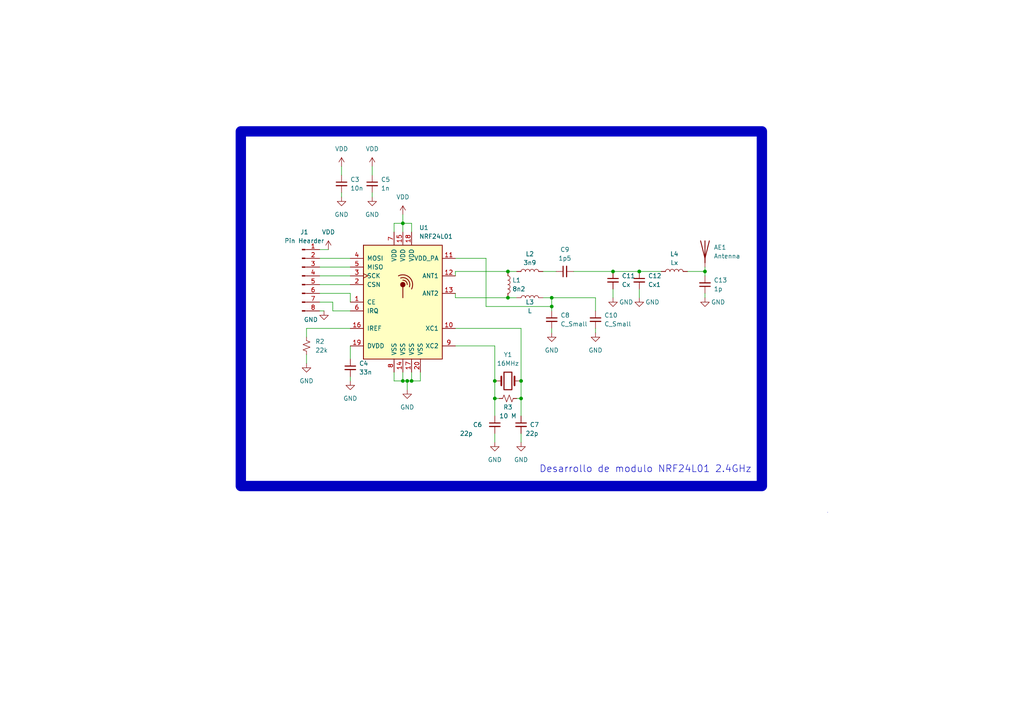
<source format=kicad_sch>
(kicad_sch
	(version 20231120)
	(generator "eeschema")
	(generator_version "8.0")
	(uuid "95832a0b-b584-492b-b3eb-599e02acb157")
	(paper "A4")
	(lib_symbols
		(symbol "Connector:Conn_01x08_Pin"
			(pin_names
				(offset 1.016) hide)
			(exclude_from_sim no)
			(in_bom yes)
			(on_board yes)
			(property "Reference" "J"
				(at 0 10.16 0)
				(effects
					(font
						(size 1.27 1.27)
					)
				)
			)
			(property "Value" "Conn_01x08_Pin"
				(at 0 -12.7 0)
				(effects
					(font
						(size 1.27 1.27)
					)
				)
			)
			(property "Footprint" ""
				(at 0 0 0)
				(effects
					(font
						(size 1.27 1.27)
					)
					(hide yes)
				)
			)
			(property "Datasheet" "~"
				(at 0 0 0)
				(effects
					(font
						(size 1.27 1.27)
					)
					(hide yes)
				)
			)
			(property "Description" "Generic connector, single row, 01x08, script generated"
				(at 0 0 0)
				(effects
					(font
						(size 1.27 1.27)
					)
					(hide yes)
				)
			)
			(property "ki_locked" ""
				(at 0 0 0)
				(effects
					(font
						(size 1.27 1.27)
					)
				)
			)
			(property "ki_keywords" "connector"
				(at 0 0 0)
				(effects
					(font
						(size 1.27 1.27)
					)
					(hide yes)
				)
			)
			(property "ki_fp_filters" "Connector*:*_1x??_*"
				(at 0 0 0)
				(effects
					(font
						(size 1.27 1.27)
					)
					(hide yes)
				)
			)
			(symbol "Conn_01x08_Pin_1_1"
				(polyline
					(pts
						(xy 1.27 -10.16) (xy 0.8636 -10.16)
					)
					(stroke
						(width 0.1524)
						(type default)
					)
					(fill
						(type none)
					)
				)
				(polyline
					(pts
						(xy 1.27 -7.62) (xy 0.8636 -7.62)
					)
					(stroke
						(width 0.1524)
						(type default)
					)
					(fill
						(type none)
					)
				)
				(polyline
					(pts
						(xy 1.27 -5.08) (xy 0.8636 -5.08)
					)
					(stroke
						(width 0.1524)
						(type default)
					)
					(fill
						(type none)
					)
				)
				(polyline
					(pts
						(xy 1.27 -2.54) (xy 0.8636 -2.54)
					)
					(stroke
						(width 0.1524)
						(type default)
					)
					(fill
						(type none)
					)
				)
				(polyline
					(pts
						(xy 1.27 0) (xy 0.8636 0)
					)
					(stroke
						(width 0.1524)
						(type default)
					)
					(fill
						(type none)
					)
				)
				(polyline
					(pts
						(xy 1.27 2.54) (xy 0.8636 2.54)
					)
					(stroke
						(width 0.1524)
						(type default)
					)
					(fill
						(type none)
					)
				)
				(polyline
					(pts
						(xy 1.27 5.08) (xy 0.8636 5.08)
					)
					(stroke
						(width 0.1524)
						(type default)
					)
					(fill
						(type none)
					)
				)
				(polyline
					(pts
						(xy 1.27 7.62) (xy 0.8636 7.62)
					)
					(stroke
						(width 0.1524)
						(type default)
					)
					(fill
						(type none)
					)
				)
				(rectangle
					(start 0.8636 -10.033)
					(end 0 -10.287)
					(stroke
						(width 0.1524)
						(type default)
					)
					(fill
						(type outline)
					)
				)
				(rectangle
					(start 0.8636 -7.493)
					(end 0 -7.747)
					(stroke
						(width 0.1524)
						(type default)
					)
					(fill
						(type outline)
					)
				)
				(rectangle
					(start 0.8636 -4.953)
					(end 0 -5.207)
					(stroke
						(width 0.1524)
						(type default)
					)
					(fill
						(type outline)
					)
				)
				(rectangle
					(start 0.8636 -2.413)
					(end 0 -2.667)
					(stroke
						(width 0.1524)
						(type default)
					)
					(fill
						(type outline)
					)
				)
				(rectangle
					(start 0.8636 0.127)
					(end 0 -0.127)
					(stroke
						(width 0.1524)
						(type default)
					)
					(fill
						(type outline)
					)
				)
				(rectangle
					(start 0.8636 2.667)
					(end 0 2.413)
					(stroke
						(width 0.1524)
						(type default)
					)
					(fill
						(type outline)
					)
				)
				(rectangle
					(start 0.8636 5.207)
					(end 0 4.953)
					(stroke
						(width 0.1524)
						(type default)
					)
					(fill
						(type outline)
					)
				)
				(rectangle
					(start 0.8636 7.747)
					(end 0 7.493)
					(stroke
						(width 0.1524)
						(type default)
					)
					(fill
						(type outline)
					)
				)
				(pin passive line
					(at 5.08 7.62 180)
					(length 3.81)
					(name "Pin_1"
						(effects
							(font
								(size 1.27 1.27)
							)
						)
					)
					(number "1"
						(effects
							(font
								(size 1.27 1.27)
							)
						)
					)
				)
				(pin passive line
					(at 5.08 5.08 180)
					(length 3.81)
					(name "Pin_2"
						(effects
							(font
								(size 1.27 1.27)
							)
						)
					)
					(number "2"
						(effects
							(font
								(size 1.27 1.27)
							)
						)
					)
				)
				(pin passive line
					(at 5.08 2.54 180)
					(length 3.81)
					(name "Pin_3"
						(effects
							(font
								(size 1.27 1.27)
							)
						)
					)
					(number "3"
						(effects
							(font
								(size 1.27 1.27)
							)
						)
					)
				)
				(pin passive line
					(at 5.08 0 180)
					(length 3.81)
					(name "Pin_4"
						(effects
							(font
								(size 1.27 1.27)
							)
						)
					)
					(number "4"
						(effects
							(font
								(size 1.27 1.27)
							)
						)
					)
				)
				(pin passive line
					(at 5.08 -2.54 180)
					(length 3.81)
					(name "Pin_5"
						(effects
							(font
								(size 1.27 1.27)
							)
						)
					)
					(number "5"
						(effects
							(font
								(size 1.27 1.27)
							)
						)
					)
				)
				(pin passive line
					(at 5.08 -5.08 180)
					(length 3.81)
					(name "Pin_6"
						(effects
							(font
								(size 1.27 1.27)
							)
						)
					)
					(number "6"
						(effects
							(font
								(size 1.27 1.27)
							)
						)
					)
				)
				(pin passive line
					(at 5.08 -7.62 180)
					(length 3.81)
					(name "Pin_7"
						(effects
							(font
								(size 1.27 1.27)
							)
						)
					)
					(number "7"
						(effects
							(font
								(size 1.27 1.27)
							)
						)
					)
				)
				(pin passive line
					(at 5.08 -10.16 180)
					(length 3.81)
					(name "Pin_8"
						(effects
							(font
								(size 1.27 1.27)
							)
						)
					)
					(number "8"
						(effects
							(font
								(size 1.27 1.27)
							)
						)
					)
				)
			)
		)
		(symbol "Device:Antenna"
			(pin_numbers hide)
			(pin_names
				(offset 1.016) hide)
			(exclude_from_sim no)
			(in_bom yes)
			(on_board yes)
			(property "Reference" "AE"
				(at -1.905 1.905 0)
				(effects
					(font
						(size 1.27 1.27)
					)
					(justify right)
				)
			)
			(property "Value" "Antenna"
				(at -1.905 0 0)
				(effects
					(font
						(size 1.27 1.27)
					)
					(justify right)
				)
			)
			(property "Footprint" ""
				(at 0 0 0)
				(effects
					(font
						(size 1.27 1.27)
					)
					(hide yes)
				)
			)
			(property "Datasheet" "~"
				(at 0 0 0)
				(effects
					(font
						(size 1.27 1.27)
					)
					(hide yes)
				)
			)
			(property "Description" "Antenna"
				(at 0 0 0)
				(effects
					(font
						(size 1.27 1.27)
					)
					(hide yes)
				)
			)
			(property "ki_keywords" "antenna"
				(at 0 0 0)
				(effects
					(font
						(size 1.27 1.27)
					)
					(hide yes)
				)
			)
			(symbol "Antenna_0_1"
				(polyline
					(pts
						(xy 0 2.54) (xy 0 -3.81)
					)
					(stroke
						(width 0.254)
						(type default)
					)
					(fill
						(type none)
					)
				)
				(polyline
					(pts
						(xy 1.27 2.54) (xy 0 -2.54) (xy -1.27 2.54)
					)
					(stroke
						(width 0.254)
						(type default)
					)
					(fill
						(type none)
					)
				)
			)
			(symbol "Antenna_1_1"
				(pin input line
					(at 0 -5.08 90)
					(length 2.54)
					(name "A"
						(effects
							(font
								(size 1.27 1.27)
							)
						)
					)
					(number "1"
						(effects
							(font
								(size 1.27 1.27)
							)
						)
					)
				)
			)
		)
		(symbol "Device:C_Small"
			(pin_numbers hide)
			(pin_names
				(offset 0.254) hide)
			(exclude_from_sim no)
			(in_bom yes)
			(on_board yes)
			(property "Reference" "C"
				(at 0.254 1.778 0)
				(effects
					(font
						(size 1.27 1.27)
					)
					(justify left)
				)
			)
			(property "Value" "C_Small"
				(at 0.254 -2.032 0)
				(effects
					(font
						(size 1.27 1.27)
					)
					(justify left)
				)
			)
			(property "Footprint" ""
				(at 0 0 0)
				(effects
					(font
						(size 1.27 1.27)
					)
					(hide yes)
				)
			)
			(property "Datasheet" "~"
				(at 0 0 0)
				(effects
					(font
						(size 1.27 1.27)
					)
					(hide yes)
				)
			)
			(property "Description" "Unpolarized capacitor, small symbol"
				(at 0 0 0)
				(effects
					(font
						(size 1.27 1.27)
					)
					(hide yes)
				)
			)
			(property "ki_keywords" "capacitor cap"
				(at 0 0 0)
				(effects
					(font
						(size 1.27 1.27)
					)
					(hide yes)
				)
			)
			(property "ki_fp_filters" "C_*"
				(at 0 0 0)
				(effects
					(font
						(size 1.27 1.27)
					)
					(hide yes)
				)
			)
			(symbol "C_Small_0_1"
				(polyline
					(pts
						(xy -1.524 -0.508) (xy 1.524 -0.508)
					)
					(stroke
						(width 0.3302)
						(type default)
					)
					(fill
						(type none)
					)
				)
				(polyline
					(pts
						(xy -1.524 0.508) (xy 1.524 0.508)
					)
					(stroke
						(width 0.3048)
						(type default)
					)
					(fill
						(type none)
					)
				)
			)
			(symbol "C_Small_1_1"
				(pin passive line
					(at 0 2.54 270)
					(length 2.032)
					(name "~"
						(effects
							(font
								(size 1.27 1.27)
							)
						)
					)
					(number "1"
						(effects
							(font
								(size 1.27 1.27)
							)
						)
					)
				)
				(pin passive line
					(at 0 -2.54 90)
					(length 2.032)
					(name "~"
						(effects
							(font
								(size 1.27 1.27)
							)
						)
					)
					(number "2"
						(effects
							(font
								(size 1.27 1.27)
							)
						)
					)
				)
			)
		)
		(symbol "Device:Crystal"
			(pin_numbers hide)
			(pin_names
				(offset 1.016) hide)
			(exclude_from_sim no)
			(in_bom yes)
			(on_board yes)
			(property "Reference" "Y"
				(at 0 3.81 0)
				(effects
					(font
						(size 1.27 1.27)
					)
				)
			)
			(property "Value" "Crystal"
				(at 0 -3.81 0)
				(effects
					(font
						(size 1.27 1.27)
					)
				)
			)
			(property "Footprint" ""
				(at 0 0 0)
				(effects
					(font
						(size 1.27 1.27)
					)
					(hide yes)
				)
			)
			(property "Datasheet" "~"
				(at 0 0 0)
				(effects
					(font
						(size 1.27 1.27)
					)
					(hide yes)
				)
			)
			(property "Description" "Two pin crystal"
				(at 0 0 0)
				(effects
					(font
						(size 1.27 1.27)
					)
					(hide yes)
				)
			)
			(property "ki_keywords" "quartz ceramic resonator oscillator"
				(at 0 0 0)
				(effects
					(font
						(size 1.27 1.27)
					)
					(hide yes)
				)
			)
			(property "ki_fp_filters" "Crystal*"
				(at 0 0 0)
				(effects
					(font
						(size 1.27 1.27)
					)
					(hide yes)
				)
			)
			(symbol "Crystal_0_1"
				(rectangle
					(start -1.143 2.54)
					(end 1.143 -2.54)
					(stroke
						(width 0.3048)
						(type default)
					)
					(fill
						(type none)
					)
				)
				(polyline
					(pts
						(xy -2.54 0) (xy -1.905 0)
					)
					(stroke
						(width 0)
						(type default)
					)
					(fill
						(type none)
					)
				)
				(polyline
					(pts
						(xy -1.905 -1.27) (xy -1.905 1.27)
					)
					(stroke
						(width 0.508)
						(type default)
					)
					(fill
						(type none)
					)
				)
				(polyline
					(pts
						(xy 1.905 -1.27) (xy 1.905 1.27)
					)
					(stroke
						(width 0.508)
						(type default)
					)
					(fill
						(type none)
					)
				)
				(polyline
					(pts
						(xy 2.54 0) (xy 1.905 0)
					)
					(stroke
						(width 0)
						(type default)
					)
					(fill
						(type none)
					)
				)
			)
			(symbol "Crystal_1_1"
				(pin passive line
					(at -3.81 0 0)
					(length 1.27)
					(name "1"
						(effects
							(font
								(size 1.27 1.27)
							)
						)
					)
					(number "1"
						(effects
							(font
								(size 1.27 1.27)
							)
						)
					)
				)
				(pin passive line
					(at 3.81 0 180)
					(length 1.27)
					(name "2"
						(effects
							(font
								(size 1.27 1.27)
							)
						)
					)
					(number "2"
						(effects
							(font
								(size 1.27 1.27)
							)
						)
					)
				)
			)
		)
		(symbol "Device:L"
			(pin_numbers hide)
			(pin_names
				(offset 1.016) hide)
			(exclude_from_sim no)
			(in_bom yes)
			(on_board yes)
			(property "Reference" "L"
				(at -1.27 0 90)
				(effects
					(font
						(size 1.27 1.27)
					)
				)
			)
			(property "Value" "L"
				(at 1.905 0 90)
				(effects
					(font
						(size 1.27 1.27)
					)
				)
			)
			(property "Footprint" ""
				(at 0 0 0)
				(effects
					(font
						(size 1.27 1.27)
					)
					(hide yes)
				)
			)
			(property "Datasheet" "~"
				(at 0 0 0)
				(effects
					(font
						(size 1.27 1.27)
					)
					(hide yes)
				)
			)
			(property "Description" "Inductor"
				(at 0 0 0)
				(effects
					(font
						(size 1.27 1.27)
					)
					(hide yes)
				)
			)
			(property "ki_keywords" "inductor choke coil reactor magnetic"
				(at 0 0 0)
				(effects
					(font
						(size 1.27 1.27)
					)
					(hide yes)
				)
			)
			(property "ki_fp_filters" "Choke_* *Coil* Inductor_* L_*"
				(at 0 0 0)
				(effects
					(font
						(size 1.27 1.27)
					)
					(hide yes)
				)
			)
			(symbol "L_0_1"
				(arc
					(start 0 -2.54)
					(mid 0.6323 -1.905)
					(end 0 -1.27)
					(stroke
						(width 0)
						(type default)
					)
					(fill
						(type none)
					)
				)
				(arc
					(start 0 -1.27)
					(mid 0.6323 -0.635)
					(end 0 0)
					(stroke
						(width 0)
						(type default)
					)
					(fill
						(type none)
					)
				)
				(arc
					(start 0 0)
					(mid 0.6323 0.635)
					(end 0 1.27)
					(stroke
						(width 0)
						(type default)
					)
					(fill
						(type none)
					)
				)
				(arc
					(start 0 1.27)
					(mid 0.6323 1.905)
					(end 0 2.54)
					(stroke
						(width 0)
						(type default)
					)
					(fill
						(type none)
					)
				)
			)
			(symbol "L_1_1"
				(pin passive line
					(at 0 3.81 270)
					(length 1.27)
					(name "1"
						(effects
							(font
								(size 1.27 1.27)
							)
						)
					)
					(number "1"
						(effects
							(font
								(size 1.27 1.27)
							)
						)
					)
				)
				(pin passive line
					(at 0 -3.81 90)
					(length 1.27)
					(name "2"
						(effects
							(font
								(size 1.27 1.27)
							)
						)
					)
					(number "2"
						(effects
							(font
								(size 1.27 1.27)
							)
						)
					)
				)
			)
		)
		(symbol "Device:R_Small_US"
			(pin_numbers hide)
			(pin_names
				(offset 0.254) hide)
			(exclude_from_sim no)
			(in_bom yes)
			(on_board yes)
			(property "Reference" "R"
				(at 0.762 0.508 0)
				(effects
					(font
						(size 1.27 1.27)
					)
					(justify left)
				)
			)
			(property "Value" "R_Small_US"
				(at 0.762 -1.016 0)
				(effects
					(font
						(size 1.27 1.27)
					)
					(justify left)
				)
			)
			(property "Footprint" ""
				(at 0 0 0)
				(effects
					(font
						(size 1.27 1.27)
					)
					(hide yes)
				)
			)
			(property "Datasheet" "~"
				(at 0 0 0)
				(effects
					(font
						(size 1.27 1.27)
					)
					(hide yes)
				)
			)
			(property "Description" "Resistor, small US symbol"
				(at 0 0 0)
				(effects
					(font
						(size 1.27 1.27)
					)
					(hide yes)
				)
			)
			(property "ki_keywords" "r resistor"
				(at 0 0 0)
				(effects
					(font
						(size 1.27 1.27)
					)
					(hide yes)
				)
			)
			(property "ki_fp_filters" "R_*"
				(at 0 0 0)
				(effects
					(font
						(size 1.27 1.27)
					)
					(hide yes)
				)
			)
			(symbol "R_Small_US_1_1"
				(polyline
					(pts
						(xy 0 0) (xy 1.016 -0.381) (xy 0 -0.762) (xy -1.016 -1.143) (xy 0 -1.524)
					)
					(stroke
						(width 0)
						(type default)
					)
					(fill
						(type none)
					)
				)
				(polyline
					(pts
						(xy 0 1.524) (xy 1.016 1.143) (xy 0 0.762) (xy -1.016 0.381) (xy 0 0)
					)
					(stroke
						(width 0)
						(type default)
					)
					(fill
						(type none)
					)
				)
				(pin passive line
					(at 0 2.54 270)
					(length 1.016)
					(name "~"
						(effects
							(font
								(size 1.27 1.27)
							)
						)
					)
					(number "1"
						(effects
							(font
								(size 1.27 1.27)
							)
						)
					)
				)
				(pin passive line
					(at 0 -2.54 90)
					(length 1.016)
					(name "~"
						(effects
							(font
								(size 1.27 1.27)
							)
						)
					)
					(number "2"
						(effects
							(font
								(size 1.27 1.27)
							)
						)
					)
				)
			)
		)
		(symbol "RF:NRF24L01"
			(pin_names
				(offset 1.016)
			)
			(exclude_from_sim no)
			(in_bom yes)
			(on_board yes)
			(property "Reference" "U"
				(at -11.43 17.78 0)
				(effects
					(font
						(size 1.27 1.27)
					)
					(justify left)
				)
			)
			(property "Value" "NRF24L01"
				(at 5.08 17.78 0)
				(effects
					(font
						(size 1.27 1.27)
					)
					(justify left)
				)
			)
			(property "Footprint" "Package_DFN_QFN:QFN-20-1EP_4x4mm_P0.5mm_EP2.5x2.5mm"
				(at 5.08 20.32 0)
				(effects
					(font
						(size 1.27 1.27)
						(italic yes)
					)
					(justify left)
					(hide yes)
				)
			)
			(property "Datasheet" "http://www.nordicsemi.com/eng/content/download/2730/34105/file/nRF24L01_Product_Specification_v2_0.pdf"
				(at 0 2.54 0)
				(effects
					(font
						(size 1.27 1.27)
					)
					(hide yes)
				)
			)
			(property "Description" "Ultra low power 2.4GHz RF Transceiver, QFN-20"
				(at 0 0 0)
				(effects
					(font
						(size 1.27 1.27)
					)
					(hide yes)
				)
			)
			(property "ki_keywords" "Low Power RF Transceiver"
				(at 0 0 0)
				(effects
					(font
						(size 1.27 1.27)
					)
					(hide yes)
				)
			)
			(property "ki_fp_filters" "QFN*4x4*0.5mm*"
				(at 0 0 0)
				(effects
					(font
						(size 1.27 1.27)
					)
					(hide yes)
				)
			)
			(symbol "NRF24L01_0_1"
				(rectangle
					(start -11.43 16.51)
					(end 11.43 -16.51)
					(stroke
						(width 0.254)
						(type default)
					)
					(fill
						(type background)
					)
				)
				(polyline
					(pts
						(xy 0 4.445) (xy 0 1.27)
					)
					(stroke
						(width 0.254)
						(type default)
					)
					(fill
						(type none)
					)
				)
				(circle
					(center 0 5.08)
					(radius 0.635)
					(stroke
						(width 0.254)
						(type default)
					)
					(fill
						(type outline)
					)
				)
				(arc
					(start 1.27 5.08)
					(mid 0.9071 5.9946)
					(end 0 6.35)
					(stroke
						(width 0.254)
						(type default)
					)
					(fill
						(type none)
					)
				)
				(arc
					(start 1.905 4.445)
					(mid 1.4313 6.5254)
					(end -0.635 6.985)
					(stroke
						(width 0.254)
						(type default)
					)
					(fill
						(type none)
					)
				)
				(arc
					(start 2.54 3.81)
					(mid 2.008 7.088)
					(end -1.27 7.62)
					(stroke
						(width 0.254)
						(type default)
					)
					(fill
						(type none)
					)
				)
				(rectangle
					(start 11.43 -13.97)
					(end 11.43 -13.97)
					(stroke
						(width 0)
						(type default)
					)
					(fill
						(type none)
					)
				)
			)
			(symbol "NRF24L01_1_1"
				(pin input line
					(at -15.24 0 0)
					(length 3.81)
					(name "CE"
						(effects
							(font
								(size 1.27 1.27)
							)
						)
					)
					(number "1"
						(effects
							(font
								(size 1.27 1.27)
							)
						)
					)
				)
				(pin passive line
					(at 15.24 -7.62 180)
					(length 3.81)
					(name "XC1"
						(effects
							(font
								(size 1.27 1.27)
							)
						)
					)
					(number "10"
						(effects
							(font
								(size 1.27 1.27)
							)
						)
					)
				)
				(pin power_out line
					(at 15.24 12.7 180)
					(length 3.81)
					(name "VDD_PA"
						(effects
							(font
								(size 1.27 1.27)
							)
						)
					)
					(number "11"
						(effects
							(font
								(size 1.27 1.27)
							)
						)
					)
				)
				(pin passive line
					(at 15.24 7.62 180)
					(length 3.81)
					(name "ANT1"
						(effects
							(font
								(size 1.27 1.27)
							)
						)
					)
					(number "12"
						(effects
							(font
								(size 1.27 1.27)
							)
						)
					)
				)
				(pin passive line
					(at 15.24 2.54 180)
					(length 3.81)
					(name "ANT2"
						(effects
							(font
								(size 1.27 1.27)
							)
						)
					)
					(number "13"
						(effects
							(font
								(size 1.27 1.27)
							)
						)
					)
				)
				(pin power_in line
					(at 0 -20.32 90)
					(length 3.81)
					(name "VSS"
						(effects
							(font
								(size 1.27 1.27)
							)
						)
					)
					(number "14"
						(effects
							(font
								(size 1.27 1.27)
							)
						)
					)
				)
				(pin power_in line
					(at 0 20.32 270)
					(length 3.81)
					(name "VDD"
						(effects
							(font
								(size 1.27 1.27)
							)
						)
					)
					(number "15"
						(effects
							(font
								(size 1.27 1.27)
							)
						)
					)
				)
				(pin passive line
					(at -15.24 -7.62 0)
					(length 3.81)
					(name "IREF"
						(effects
							(font
								(size 1.27 1.27)
							)
						)
					)
					(number "16"
						(effects
							(font
								(size 1.27 1.27)
							)
						)
					)
				)
				(pin power_in line
					(at 2.54 -20.32 90)
					(length 3.81)
					(name "VSS"
						(effects
							(font
								(size 1.27 1.27)
							)
						)
					)
					(number "17"
						(effects
							(font
								(size 1.27 1.27)
							)
						)
					)
				)
				(pin power_in line
					(at 2.54 20.32 270)
					(length 3.81)
					(name "VDD"
						(effects
							(font
								(size 1.27 1.27)
							)
						)
					)
					(number "18"
						(effects
							(font
								(size 1.27 1.27)
							)
						)
					)
				)
				(pin power_out line
					(at -15.24 -12.7 0)
					(length 3.81)
					(name "DVDD"
						(effects
							(font
								(size 1.27 1.27)
							)
						)
					)
					(number "19"
						(effects
							(font
								(size 1.27 1.27)
							)
						)
					)
				)
				(pin input line
					(at -15.24 5.08 0)
					(length 3.81)
					(name "CSN"
						(effects
							(font
								(size 1.27 1.27)
							)
						)
					)
					(number "2"
						(effects
							(font
								(size 1.27 1.27)
							)
						)
					)
				)
				(pin power_in line
					(at 5.08 -20.32 90)
					(length 3.81)
					(name "VSS"
						(effects
							(font
								(size 1.27 1.27)
							)
						)
					)
					(number "20"
						(effects
							(font
								(size 1.27 1.27)
							)
						)
					)
				)
				(pin input clock
					(at -15.24 7.62 0)
					(length 3.81)
					(name "SCK"
						(effects
							(font
								(size 1.27 1.27)
							)
						)
					)
					(number "3"
						(effects
							(font
								(size 1.27 1.27)
							)
						)
					)
				)
				(pin input line
					(at -15.24 12.7 0)
					(length 3.81)
					(name "MOSI"
						(effects
							(font
								(size 1.27 1.27)
							)
						)
					)
					(number "4"
						(effects
							(font
								(size 1.27 1.27)
							)
						)
					)
				)
				(pin output line
					(at -15.24 10.16 0)
					(length 3.81)
					(name "MISO"
						(effects
							(font
								(size 1.27 1.27)
							)
						)
					)
					(number "5"
						(effects
							(font
								(size 1.27 1.27)
							)
						)
					)
				)
				(pin output line
					(at -15.24 -2.54 0)
					(length 3.81)
					(name "IRQ"
						(effects
							(font
								(size 1.27 1.27)
							)
						)
					)
					(number "6"
						(effects
							(font
								(size 1.27 1.27)
							)
						)
					)
				)
				(pin power_in line
					(at -2.54 20.32 270)
					(length 3.81)
					(name "VDD"
						(effects
							(font
								(size 1.27 1.27)
							)
						)
					)
					(number "7"
						(effects
							(font
								(size 1.27 1.27)
							)
						)
					)
				)
				(pin power_in line
					(at -2.54 -20.32 90)
					(length 3.81)
					(name "VSS"
						(effects
							(font
								(size 1.27 1.27)
							)
						)
					)
					(number "8"
						(effects
							(font
								(size 1.27 1.27)
							)
						)
					)
				)
				(pin passive line
					(at 15.24 -12.7 180)
					(length 3.81)
					(name "XC2"
						(effects
							(font
								(size 1.27 1.27)
							)
						)
					)
					(number "9"
						(effects
							(font
								(size 1.27 1.27)
							)
						)
					)
				)
			)
		)
		(symbol "power:GND"
			(power)
			(pin_names
				(offset 0)
			)
			(exclude_from_sim no)
			(in_bom yes)
			(on_board yes)
			(property "Reference" "#PWR"
				(at 0 -6.35 0)
				(effects
					(font
						(size 1.27 1.27)
					)
					(hide yes)
				)
			)
			(property "Value" "GND"
				(at 0 -3.81 0)
				(effects
					(font
						(size 1.27 1.27)
					)
				)
			)
			(property "Footprint" ""
				(at 0 0 0)
				(effects
					(font
						(size 1.27 1.27)
					)
					(hide yes)
				)
			)
			(property "Datasheet" ""
				(at 0 0 0)
				(effects
					(font
						(size 1.27 1.27)
					)
					(hide yes)
				)
			)
			(property "Description" "Power symbol creates a global label with name \"GND\" , ground"
				(at 0 0 0)
				(effects
					(font
						(size 1.27 1.27)
					)
					(hide yes)
				)
			)
			(property "ki_keywords" "global power"
				(at 0 0 0)
				(effects
					(font
						(size 1.27 1.27)
					)
					(hide yes)
				)
			)
			(symbol "GND_0_1"
				(polyline
					(pts
						(xy 0 0) (xy 0 -1.27) (xy 1.27 -1.27) (xy 0 -2.54) (xy -1.27 -1.27) (xy 0 -1.27)
					)
					(stroke
						(width 0)
						(type default)
					)
					(fill
						(type none)
					)
				)
			)
			(symbol "GND_1_1"
				(pin power_in line
					(at 0 0 270)
					(length 0) hide
					(name "GND"
						(effects
							(font
								(size 1.27 1.27)
							)
						)
					)
					(number "1"
						(effects
							(font
								(size 1.27 1.27)
							)
						)
					)
				)
			)
		)
		(symbol "power:VDD"
			(power)
			(pin_names
				(offset 0)
			)
			(exclude_from_sim no)
			(in_bom yes)
			(on_board yes)
			(property "Reference" "#PWR"
				(at 0 -3.81 0)
				(effects
					(font
						(size 1.27 1.27)
					)
					(hide yes)
				)
			)
			(property "Value" "VDD"
				(at 0 3.81 0)
				(effects
					(font
						(size 1.27 1.27)
					)
				)
			)
			(property "Footprint" ""
				(at 0 0 0)
				(effects
					(font
						(size 1.27 1.27)
					)
					(hide yes)
				)
			)
			(property "Datasheet" ""
				(at 0 0 0)
				(effects
					(font
						(size 1.27 1.27)
					)
					(hide yes)
				)
			)
			(property "Description" "Power symbol creates a global label with name \"VDD\""
				(at 0 0 0)
				(effects
					(font
						(size 1.27 1.27)
					)
					(hide yes)
				)
			)
			(property "ki_keywords" "global power"
				(at 0 0 0)
				(effects
					(font
						(size 1.27 1.27)
					)
					(hide yes)
				)
			)
			(symbol "VDD_0_1"
				(polyline
					(pts
						(xy -0.762 1.27) (xy 0 2.54)
					)
					(stroke
						(width 0)
						(type default)
					)
					(fill
						(type none)
					)
				)
				(polyline
					(pts
						(xy 0 0) (xy 0 2.54)
					)
					(stroke
						(width 0)
						(type default)
					)
					(fill
						(type none)
					)
				)
				(polyline
					(pts
						(xy 0 2.54) (xy 0.762 1.27)
					)
					(stroke
						(width 0)
						(type default)
					)
					(fill
						(type none)
					)
				)
			)
			(symbol "VDD_1_1"
				(pin power_in line
					(at 0 0 90)
					(length 0) hide
					(name "VDD"
						(effects
							(font
								(size 1.27 1.27)
							)
						)
					)
					(number "1"
						(effects
							(font
								(size 1.27 1.27)
							)
						)
					)
				)
			)
		)
	)
	(junction
		(at 119.38 110.49)
		(diameter 0)
		(color 0 0 0 0)
		(uuid "0402c72f-8806-4ab1-8777-ded24a47a8e6")
	)
	(junction
		(at 143.51 110.49)
		(diameter 0)
		(color 0 0 0 0)
		(uuid "28371869-5788-4e28-8b5e-d41a4c7b6a36")
	)
	(junction
		(at 116.84 110.49)
		(diameter 0)
		(color 0 0 0 0)
		(uuid "47a6e45e-cb49-4342-8661-ffc7edd43975")
	)
	(junction
		(at 160.02 88.9)
		(diameter 0)
		(color 0 0 0 0)
		(uuid "5ee34fb4-4612-4669-8cd9-bd9b8afbc309")
	)
	(junction
		(at 143.51 115.57)
		(diameter 0)
		(color 0 0 0 0)
		(uuid "7adb51fe-00e0-4ae0-993e-188925757a0e")
	)
	(junction
		(at 204.47 78.74)
		(diameter 0)
		(color 0 0 0 0)
		(uuid "7f9924da-9091-42f5-a036-ddd57c257036")
	)
	(junction
		(at 116.84 64.77)
		(diameter 0)
		(color 0 0 0 0)
		(uuid "90ad4458-87ea-46ba-a373-240cfb8612db")
	)
	(junction
		(at 151.13 110.49)
		(diameter 0)
		(color 0 0 0 0)
		(uuid "916de6d9-c275-4810-a13c-de233ea73474")
	)
	(junction
		(at 177.8 78.74)
		(diameter 0)
		(color 0 0 0 0)
		(uuid "93fd83a8-b189-48b9-b2c8-ad326d0d3655")
	)
	(junction
		(at 147.32 78.74)
		(diameter 0)
		(color 0 0 0 0)
		(uuid "d1c351a1-0874-4e82-bf34-4e73ebb8cf73")
	)
	(junction
		(at 160.02 86.36)
		(diameter 0)
		(color 0 0 0 0)
		(uuid "d400f1cd-9058-47be-b04b-1ecf14a836be")
	)
	(junction
		(at 118.11 110.49)
		(diameter 0)
		(color 0 0 0 0)
		(uuid "e4fd8ad5-780e-4463-9ca4-9ff53c19db4c")
	)
	(junction
		(at 185.42 78.74)
		(diameter 0)
		(color 0 0 0 0)
		(uuid "edfd165b-4f22-440f-bb35-d9dc782d863a")
	)
	(junction
		(at 151.13 115.57)
		(diameter 0)
		(color 0 0 0 0)
		(uuid "effefe74-d20b-4e8d-ae94-4eb17eb12b6a")
	)
	(junction
		(at 147.32 86.36)
		(diameter 0)
		(color 0 0 0 0)
		(uuid "f58d5aa6-0bf0-457f-b186-f36294a44cfb")
	)
	(wire
		(pts
			(xy 160.02 95.25) (xy 160.02 96.52)
		)
		(stroke
			(width 0)
			(type default)
		)
		(uuid "037554fa-70db-4482-b57e-78542c2f9bc1")
	)
	(wire
		(pts
			(xy 185.42 83.82) (xy 185.42 86.36)
		)
		(stroke
			(width 0)
			(type default)
		)
		(uuid "0c195d42-7ffe-4507-9b8c-62b3ca411100")
	)
	(wire
		(pts
			(xy 116.84 64.77) (xy 119.38 64.77)
		)
		(stroke
			(width 0)
			(type default)
		)
		(uuid "0dfe0478-4cfb-47fe-8512-9b7a43e1feb2")
	)
	(wire
		(pts
			(xy 140.97 74.93) (xy 140.97 88.9)
		)
		(stroke
			(width 0)
			(type default)
		)
		(uuid "106b1bc6-d4e9-4c0e-bc93-384de950e7f7")
	)
	(wire
		(pts
			(xy 185.42 78.74) (xy 191.77 78.74)
		)
		(stroke
			(width 0)
			(type default)
		)
		(uuid "1242f838-dd1b-43fb-9e96-d7cc344c88ca")
	)
	(wire
		(pts
			(xy 92.71 74.93) (xy 101.6 74.93)
		)
		(stroke
			(width 0)
			(type default)
		)
		(uuid "14ef4ec4-14f5-4158-acc9-dd5a93d3503e")
	)
	(wire
		(pts
			(xy 132.08 78.74) (xy 147.32 78.74)
		)
		(stroke
			(width 0)
			(type default)
		)
		(uuid "1bbcd6d5-d334-4b07-8d71-50f6eae505f1")
	)
	(wire
		(pts
			(xy 101.6 95.25) (xy 88.9 95.25)
		)
		(stroke
			(width 0)
			(type default)
		)
		(uuid "1ffd826e-e50e-48b8-ab46-8fc4e8561b3e")
	)
	(wire
		(pts
			(xy 149.86 115.57) (xy 151.13 115.57)
		)
		(stroke
			(width 0)
			(type default)
		)
		(uuid "219dab2e-f193-46d6-a532-fdd42baf34be")
	)
	(wire
		(pts
			(xy 160.02 88.9) (xy 160.02 90.17)
		)
		(stroke
			(width 0)
			(type default)
		)
		(uuid "24edb650-d652-4f62-a36d-cc416c9e917c")
	)
	(wire
		(pts
			(xy 132.08 86.36) (xy 132.08 85.09)
		)
		(stroke
			(width 0)
			(type default)
		)
		(uuid "25d83d37-fe4c-480d-b01c-5251b32da7e8")
	)
	(wire
		(pts
			(xy 119.38 107.95) (xy 119.38 110.49)
		)
		(stroke
			(width 0)
			(type default)
		)
		(uuid "295a92b9-ace3-40d2-a3f3-d2f2578ac523")
	)
	(wire
		(pts
			(xy 114.3 64.77) (xy 116.84 64.77)
		)
		(stroke
			(width 0)
			(type default)
		)
		(uuid "2d84229e-00e5-428e-b72f-de3818d76334")
	)
	(wire
		(pts
			(xy 166.37 78.74) (xy 177.8 78.74)
		)
		(stroke
			(width 0)
			(type default)
		)
		(uuid "2e544d2e-b96f-44a6-9102-cbd83e317445")
	)
	(wire
		(pts
			(xy 204.47 77.47) (xy 204.47 78.74)
		)
		(stroke
			(width 0)
			(type default)
		)
		(uuid "31c6ae84-a58d-4751-84e6-12c6094ab0e0")
	)
	(wire
		(pts
			(xy 114.3 67.31) (xy 114.3 64.77)
		)
		(stroke
			(width 0)
			(type default)
		)
		(uuid "4198ab2c-fb4e-417e-b5a4-fafb74824680")
	)
	(wire
		(pts
			(xy 151.13 115.57) (xy 151.13 120.65)
		)
		(stroke
			(width 0)
			(type default)
		)
		(uuid "464953c8-1034-4947-ac39-bab28baa910e")
	)
	(wire
		(pts
			(xy 92.71 87.63) (xy 96.52 87.63)
		)
		(stroke
			(width 0)
			(type default)
		)
		(uuid "49507ee2-7f02-49ad-bca2-15aeb5b9965f")
	)
	(wire
		(pts
			(xy 132.08 78.74) (xy 132.08 80.01)
		)
		(stroke
			(width 0)
			(type default)
		)
		(uuid "4c4597c3-b7e8-41e9-8c52-69558e4d19da")
	)
	(wire
		(pts
			(xy 140.97 88.9) (xy 160.02 88.9)
		)
		(stroke
			(width 0)
			(type default)
		)
		(uuid "4e771fed-8f60-409a-916a-0a110c18556d")
	)
	(wire
		(pts
			(xy 157.48 78.74) (xy 161.29 78.74)
		)
		(stroke
			(width 0)
			(type default)
		)
		(uuid "543d2237-f721-4fc9-b78f-92bfeddc1f81")
	)
	(wire
		(pts
			(xy 147.32 86.36) (xy 149.86 86.36)
		)
		(stroke
			(width 0)
			(type default)
		)
		(uuid "55564259-7b4c-4f59-9c01-e59987a43687")
	)
	(wire
		(pts
			(xy 144.78 115.57) (xy 143.51 115.57)
		)
		(stroke
			(width 0)
			(type default)
		)
		(uuid "582c950b-a039-48e3-9ad3-9798d4bd3190")
	)
	(wire
		(pts
			(xy 114.3 110.49) (xy 116.84 110.49)
		)
		(stroke
			(width 0)
			(type default)
		)
		(uuid "59817f9a-08db-4077-8eb1-0976b2367c5f")
	)
	(wire
		(pts
			(xy 172.72 95.25) (xy 172.72 96.52)
		)
		(stroke
			(width 0)
			(type default)
		)
		(uuid "5ac9621d-340d-4ebb-8b62-2c73f0a572a5")
	)
	(wire
		(pts
			(xy 92.71 80.01) (xy 101.6 80.01)
		)
		(stroke
			(width 0)
			(type default)
		)
		(uuid "5c828116-37a7-475b-a55d-ef16beb7d4aa")
	)
	(wire
		(pts
			(xy 99.06 55.88) (xy 99.06 57.15)
		)
		(stroke
			(width 0)
			(type default)
		)
		(uuid "5e23c605-796f-425f-ac0b-11a8b44dd6e5")
	)
	(wire
		(pts
			(xy 88.9 95.25) (xy 88.9 97.79)
		)
		(stroke
			(width 0)
			(type default)
		)
		(uuid "5f5a7b4d-f5bf-4d8a-a965-2699c0e0823a")
	)
	(wire
		(pts
			(xy 151.13 95.25) (xy 151.13 110.49)
		)
		(stroke
			(width 0)
			(type default)
		)
		(uuid "623e1ffb-ea35-46be-82f7-525e3fe0a8a9")
	)
	(wire
		(pts
			(xy 147.32 78.74) (xy 149.86 78.74)
		)
		(stroke
			(width 0)
			(type default)
		)
		(uuid "64c221e6-915a-44e2-9b91-e39218f138f9")
	)
	(wire
		(pts
			(xy 143.51 100.33) (xy 132.08 100.33)
		)
		(stroke
			(width 0)
			(type default)
		)
		(uuid "650f8a0e-aaec-48c6-bc0a-a1bb7454042a")
	)
	(wire
		(pts
			(xy 107.95 55.88) (xy 107.95 57.15)
		)
		(stroke
			(width 0)
			(type default)
		)
		(uuid "6cb5dc53-3b42-4c20-82d9-0b16f1c95983")
	)
	(wire
		(pts
			(xy 119.38 64.77) (xy 119.38 67.31)
		)
		(stroke
			(width 0)
			(type default)
		)
		(uuid "6dfd8d94-20f6-48e1-bbfc-83a9967de44e")
	)
	(wire
		(pts
			(xy 204.47 78.74) (xy 204.47 80.01)
		)
		(stroke
			(width 0)
			(type default)
		)
		(uuid "74882f4e-8664-4b75-b4ce-2bd6eb7ef90f")
	)
	(wire
		(pts
			(xy 157.48 86.36) (xy 160.02 86.36)
		)
		(stroke
			(width 0)
			(type default)
		)
		(uuid "78084d9a-69b0-4efe-b074-1c53bfc49023")
	)
	(wire
		(pts
			(xy 92.71 72.39) (xy 95.25 72.39)
		)
		(stroke
			(width 0)
			(type default)
		)
		(uuid "7cc9e9a4-ef16-4599-8e77-c71d3888c940")
	)
	(wire
		(pts
			(xy 116.84 110.49) (xy 118.11 110.49)
		)
		(stroke
			(width 0)
			(type default)
		)
		(uuid "80d9fb26-75d9-47f6-b8a9-af4bd5104ce8")
	)
	(wire
		(pts
			(xy 99.06 48.26) (xy 99.06 50.8)
		)
		(stroke
			(width 0)
			(type default)
		)
		(uuid "95f482f2-95d0-4ff9-9d05-4dde9a97a08b")
	)
	(wire
		(pts
			(xy 101.6 85.09) (xy 101.6 87.63)
		)
		(stroke
			(width 0)
			(type default)
		)
		(uuid "97b1f6ed-5b0e-469e-82f8-e0364418ccf7")
	)
	(wire
		(pts
			(xy 118.11 110.49) (xy 119.38 110.49)
		)
		(stroke
			(width 0)
			(type default)
		)
		(uuid "9b72dd6e-604d-4ebb-a8fd-d5a0d095ea79")
	)
	(wire
		(pts
			(xy 116.84 64.77) (xy 116.84 67.31)
		)
		(stroke
			(width 0)
			(type default)
		)
		(uuid "9f938df5-fbcc-4706-a02e-202c4e95d704")
	)
	(wire
		(pts
			(xy 143.51 115.57) (xy 143.51 120.65)
		)
		(stroke
			(width 0)
			(type default)
		)
		(uuid "a387ca3e-8770-4228-b26a-0b0654364f41")
	)
	(wire
		(pts
			(xy 96.52 87.63) (xy 96.52 90.17)
		)
		(stroke
			(width 0)
			(type default)
		)
		(uuid "a4065f44-f243-4f16-810d-79edf9810c78")
	)
	(wire
		(pts
			(xy 199.39 78.74) (xy 204.47 78.74)
		)
		(stroke
			(width 0)
			(type default)
		)
		(uuid "ad79d14c-33e9-41e8-befb-9d4b604baf29")
	)
	(wire
		(pts
			(xy 119.38 110.49) (xy 121.92 110.49)
		)
		(stroke
			(width 0)
			(type default)
		)
		(uuid "ad816f5c-7c3c-4b46-966e-955a96090e44")
	)
	(wire
		(pts
			(xy 132.08 95.25) (xy 151.13 95.25)
		)
		(stroke
			(width 0)
			(type default)
		)
		(uuid "aeb1d814-f322-458f-b7b8-0d01c8579163")
	)
	(wire
		(pts
			(xy 177.8 83.82) (xy 177.8 86.36)
		)
		(stroke
			(width 0)
			(type default)
		)
		(uuid "b347facf-bfbb-4a68-822e-bf23c618db15")
	)
	(wire
		(pts
			(xy 121.92 110.49) (xy 121.92 107.95)
		)
		(stroke
			(width 0)
			(type default)
		)
		(uuid "b445d9fc-a1dc-416b-ab9b-40bc233b6d98")
	)
	(wire
		(pts
			(xy 114.3 107.95) (xy 114.3 110.49)
		)
		(stroke
			(width 0)
			(type default)
		)
		(uuid "b71eeb9a-02b0-4c43-be71-bf1a9cec7a8a")
	)
	(wire
		(pts
			(xy 92.71 85.09) (xy 101.6 85.09)
		)
		(stroke
			(width 0)
			(type default)
		)
		(uuid "b8f71490-66ea-4198-8442-9e2893c25a57")
	)
	(wire
		(pts
			(xy 132.08 74.93) (xy 140.97 74.93)
		)
		(stroke
			(width 0)
			(type default)
		)
		(uuid "b9114ded-cb73-4c03-aa62-d621b7b64f1c")
	)
	(wire
		(pts
			(xy 132.08 86.36) (xy 147.32 86.36)
		)
		(stroke
			(width 0)
			(type default)
		)
		(uuid "b93cdb5c-d2d8-45eb-ac1d-94422abd01ef")
	)
	(wire
		(pts
			(xy 107.95 48.26) (xy 107.95 50.8)
		)
		(stroke
			(width 0)
			(type default)
		)
		(uuid "b9d00578-b916-45b7-a958-c45183e82177")
	)
	(wire
		(pts
			(xy 96.52 90.17) (xy 101.6 90.17)
		)
		(stroke
			(width 0)
			(type default)
		)
		(uuid "bb801d52-2e0d-42e7-96b9-3712fc0bd6b4")
	)
	(wire
		(pts
			(xy 88.9 102.87) (xy 88.9 105.41)
		)
		(stroke
			(width 0)
			(type default)
		)
		(uuid "c12c0867-d642-4c7a-95f5-e2774f1fe67f")
	)
	(wire
		(pts
			(xy 204.47 85.09) (xy 204.47 86.36)
		)
		(stroke
			(width 0)
			(type default)
		)
		(uuid "c134c0c9-810c-4cfe-8f9d-a76cb0a32307")
	)
	(wire
		(pts
			(xy 160.02 86.36) (xy 160.02 88.9)
		)
		(stroke
			(width 0)
			(type default)
		)
		(uuid "c308a258-8e8c-402c-8c96-372bdaa06fcc")
	)
	(wire
		(pts
			(xy 177.8 78.74) (xy 185.42 78.74)
		)
		(stroke
			(width 0)
			(type default)
		)
		(uuid "c68453ab-5d79-4350-ad7a-553540a546a9")
	)
	(wire
		(pts
			(xy 116.84 107.95) (xy 116.84 110.49)
		)
		(stroke
			(width 0)
			(type default)
		)
		(uuid "d1c6e2bb-15ab-4df4-a4cb-4a126bd0478b")
	)
	(wire
		(pts
			(xy 143.51 110.49) (xy 143.51 115.57)
		)
		(stroke
			(width 0)
			(type default)
		)
		(uuid "d26f4b1f-753b-4c7a-8a28-5e82014a6757")
	)
	(wire
		(pts
			(xy 116.84 62.23) (xy 116.84 64.77)
		)
		(stroke
			(width 0)
			(type default)
		)
		(uuid "d5e81e25-ec06-4eeb-a8d5-997487a10e50")
	)
	(wire
		(pts
			(xy 92.71 77.47) (xy 101.6 77.47)
		)
		(stroke
			(width 0)
			(type default)
		)
		(uuid "d87b9219-7c2b-455a-babf-87b1a7a185c4")
	)
	(wire
		(pts
			(xy 92.71 90.17) (xy 93.98 90.17)
		)
		(stroke
			(width 0)
			(type default)
		)
		(uuid "de3c4cbb-a33a-496a-8ad5-f47e86ee3d68")
	)
	(wire
		(pts
			(xy 172.72 90.17) (xy 172.72 86.36)
		)
		(stroke
			(width 0)
			(type default)
		)
		(uuid "df27cf9f-1d77-40ec-91f8-1d22f72962ea")
	)
	(wire
		(pts
			(xy 151.13 125.73) (xy 151.13 128.27)
		)
		(stroke
			(width 0)
			(type default)
		)
		(uuid "e053dd92-82b8-470f-ab0b-af938da889a6")
	)
	(wire
		(pts
			(xy 143.51 125.73) (xy 143.51 128.27)
		)
		(stroke
			(width 0)
			(type default)
		)
		(uuid "e8d7fecb-36b7-4339-9a2b-020bf6a07bda")
	)
	(wire
		(pts
			(xy 172.72 86.36) (xy 160.02 86.36)
		)
		(stroke
			(width 0)
			(type default)
		)
		(uuid "ec39de4c-cbeb-4290-affa-3c46b2322667")
	)
	(wire
		(pts
			(xy 92.71 82.55) (xy 101.6 82.55)
		)
		(stroke
			(width 0)
			(type default)
		)
		(uuid "ef082e1b-de7b-4984-8ae5-477995fc5625")
	)
	(wire
		(pts
			(xy 151.13 115.57) (xy 151.13 110.49)
		)
		(stroke
			(width 0)
			(type default)
		)
		(uuid "f4bce4ae-9494-4d59-b62c-615d741f1cbe")
	)
	(wire
		(pts
			(xy 101.6 100.33) (xy 101.6 104.14)
		)
		(stroke
			(width 0)
			(type default)
		)
		(uuid "f4e31840-c098-4bd6-961f-5c13c703a288")
	)
	(wire
		(pts
			(xy 143.51 110.49) (xy 143.51 100.33)
		)
		(stroke
			(width 0)
			(type default)
		)
		(uuid "f5781009-c607-4b95-b75e-d0d68c4d839e")
	)
	(wire
		(pts
			(xy 118.11 110.49) (xy 118.11 113.03)
		)
		(stroke
			(width 0)
			(type default)
		)
		(uuid "f60e4b20-bc6f-43af-9131-913e30afb498")
	)
	(wire
		(pts
			(xy 101.6 109.22) (xy 101.6 110.49)
		)
		(stroke
			(width 0)
			(type default)
		)
		(uuid "fac39fb2-99b2-4c00-bec5-41266931fd97")
	)
	(rectangle
		(start 240.03 148.59)
		(end 240.03 148.59)
		(stroke
			(width 0)
			(type default)
		)
		(fill
			(type none)
		)
		(uuid 592fa951-bfaf-4c8a-a48a-f2e02c898cec)
	)
	(rectangle
		(start 69.85 38.1)
		(end 220.98 140.97)
		(stroke
			(width 3)
			(type default)
		)
		(fill
			(type none)
		)
		(uuid 5d15c3eb-fd40-4163-8194-e45cd806551e)
	)
	(text " Desarrollo de modulo NRF24L01 2.4GHz "
		(exclude_from_sim no)
		(at 187.198 136.144 0)
		(effects
			(font
				(size 2 2)
			)
		)
		(uuid "35667612-6521-4002-ba12-3b70a7c38ab6")
	)
	(symbol
		(lib_id "Device:C_Small")
		(at 177.8 81.28 0)
		(unit 1)
		(exclude_from_sim no)
		(in_bom yes)
		(on_board yes)
		(dnp no)
		(fields_autoplaced yes)
		(uuid "11ab96bd-5190-4692-ba89-9fd38cf20d25")
		(property "Reference" "C11"
			(at 180.34 80.0162 0)
			(effects
				(font
					(size 1.27 1.27)
				)
				(justify left)
			)
		)
		(property "Value" "Cx"
			(at 180.34 82.5562 0)
			(effects
				(font
					(size 1.27 1.27)
				)
				(justify left)
			)
		)
		(property "Footprint" "Capacitor_SMD:C_0402_1005Metric"
			(at 177.8 81.28 0)
			(effects
				(font
					(size 1.27 1.27)
				)
				(hide yes)
			)
		)
		(property "Datasheet" "~"
			(at 177.8 81.28 0)
			(effects
				(font
					(size 1.27 1.27)
				)
				(hide yes)
			)
		)
		(property "Description" ""
			(at 177.8 81.28 0)
			(effects
				(font
					(size 1.27 1.27)
				)
				(hide yes)
			)
		)
		(pin "1"
			(uuid "c2398664-b258-4dd4-9946-a29385dde330")
		)
		(pin "2"
			(uuid "5a602879-735f-4015-bd08-c1b513470d95")
		)
		(instances
			(project "Axel_PCB_Electiva"
				(path "/95832a0b-b584-492b-b3eb-599e02acb157"
					(reference "C11")
					(unit 1)
				)
			)
		)
	)
	(symbol
		(lib_id "Device:C_Small")
		(at 99.06 53.34 0)
		(unit 1)
		(exclude_from_sim no)
		(in_bom yes)
		(on_board yes)
		(dnp no)
		(fields_autoplaced yes)
		(uuid "1225b8a5-1b17-4ea1-a7b3-15ac1ff9d4d4")
		(property "Reference" "C3"
			(at 101.6 52.0763 0)
			(effects
				(font
					(size 1.27 1.27)
				)
				(justify left)
			)
		)
		(property "Value" "10n"
			(at 101.6 54.6163 0)
			(effects
				(font
					(size 1.27 1.27)
				)
				(justify left)
			)
		)
		(property "Footprint" "Capacitor_SMD:C_0402_1005Metric"
			(at 99.06 53.34 0)
			(effects
				(font
					(size 1.27 1.27)
				)
				(hide yes)
			)
		)
		(property "Datasheet" "~"
			(at 99.06 53.34 0)
			(effects
				(font
					(size 1.27 1.27)
				)
				(hide yes)
			)
		)
		(property "Description" ""
			(at 99.06 53.34 0)
			(effects
				(font
					(size 1.27 1.27)
				)
				(hide yes)
			)
		)
		(pin "1"
			(uuid "da93d6bc-d5bd-4655-b1f7-6252f543eb63")
		)
		(pin "2"
			(uuid "c0e48cc9-2a47-4d2d-b385-8aaec9dfc38e")
		)
		(instances
			(project "Axel_PCB_Electiva"
				(path "/95832a0b-b584-492b-b3eb-599e02acb157"
					(reference "C3")
					(unit 1)
				)
			)
		)
	)
	(symbol
		(lib_id "Device:C_Small")
		(at 204.47 82.55 180)
		(unit 1)
		(exclude_from_sim no)
		(in_bom yes)
		(on_board yes)
		(dnp no)
		(fields_autoplaced yes)
		(uuid "1cae5c94-5ddc-45de-b136-2f67a0b20708")
		(property "Reference" "C13"
			(at 207.01 81.2736 0)
			(effects
				(font
					(size 1.27 1.27)
				)
				(justify right)
			)
		)
		(property "Value" "1p"
			(at 207.01 83.8136 0)
			(effects
				(font
					(size 1.27 1.27)
				)
				(justify right)
			)
		)
		(property "Footprint" "Capacitor_SMD:C_0402_1005Metric"
			(at 204.47 82.55 0)
			(effects
				(font
					(size 1.27 1.27)
				)
				(hide yes)
			)
		)
		(property "Datasheet" "~"
			(at 204.47 82.55 0)
			(effects
				(font
					(size 1.27 1.27)
				)
				(hide yes)
			)
		)
		(property "Description" ""
			(at 204.47 82.55 0)
			(effects
				(font
					(size 1.27 1.27)
				)
				(hide yes)
			)
		)
		(pin "1"
			(uuid "6794fc58-24d9-4153-a852-256e1c5e3958")
		)
		(pin "2"
			(uuid "d0949a93-62b5-4e77-b923-517be58a5ef7")
		)
		(instances
			(project "Axel_PCB_Electiva"
				(path "/95832a0b-b584-492b-b3eb-599e02acb157"
					(reference "C13")
					(unit 1)
				)
			)
		)
	)
	(symbol
		(lib_id "power:GND")
		(at 177.8 86.36 0)
		(unit 1)
		(exclude_from_sim no)
		(in_bom yes)
		(on_board yes)
		(dnp no)
		(uuid "2645e0ba-8a77-4e53-87b5-63288e445744")
		(property "Reference" "#PWR015"
			(at 177.8 92.71 0)
			(effects
				(font
					(size 1.27 1.27)
				)
				(hide yes)
			)
		)
		(property "Value" "GND"
			(at 181.61 87.63 0)
			(effects
				(font
					(size 1.27 1.27)
				)
			)
		)
		(property "Footprint" ""
			(at 177.8 86.36 0)
			(effects
				(font
					(size 1.27 1.27)
				)
				(hide yes)
			)
		)
		(property "Datasheet" ""
			(at 177.8 86.36 0)
			(effects
				(font
					(size 1.27 1.27)
				)
				(hide yes)
			)
		)
		(property "Description" ""
			(at 177.8 86.36 0)
			(effects
				(font
					(size 1.27 1.27)
				)
				(hide yes)
			)
		)
		(pin "1"
			(uuid "0d2b3367-3cc2-4cc4-84d6-4873ad5baa0e")
		)
		(instances
			(project "Axel_PCB_Electiva"
				(path "/95832a0b-b584-492b-b3eb-599e02acb157"
					(reference "#PWR015")
					(unit 1)
				)
			)
		)
	)
	(symbol
		(lib_id "power:GND")
		(at 160.02 96.52 0)
		(unit 1)
		(exclude_from_sim no)
		(in_bom yes)
		(on_board yes)
		(dnp no)
		(fields_autoplaced yes)
		(uuid "2716577a-7022-41e9-94df-be73d0f42ff4")
		(property "Reference" "#PWR013"
			(at 160.02 102.87 0)
			(effects
				(font
					(size 1.27 1.27)
				)
				(hide yes)
			)
		)
		(property "Value" "GND"
			(at 160.02 101.6 0)
			(effects
				(font
					(size 1.27 1.27)
				)
			)
		)
		(property "Footprint" ""
			(at 160.02 96.52 0)
			(effects
				(font
					(size 1.27 1.27)
				)
				(hide yes)
			)
		)
		(property "Datasheet" ""
			(at 160.02 96.52 0)
			(effects
				(font
					(size 1.27 1.27)
				)
				(hide yes)
			)
		)
		(property "Description" ""
			(at 160.02 96.52 0)
			(effects
				(font
					(size 1.27 1.27)
				)
				(hide yes)
			)
		)
		(pin "1"
			(uuid "7338d146-c2e5-4757-aeb7-bb7ae5046e24")
		)
		(instances
			(project "Axel_PCB_Electiva"
				(path "/95832a0b-b584-492b-b3eb-599e02acb157"
					(reference "#PWR013")
					(unit 1)
				)
			)
		)
	)
	(symbol
		(lib_id "Device:Antenna")
		(at 204.47 72.39 0)
		(unit 1)
		(exclude_from_sim no)
		(in_bom yes)
		(on_board yes)
		(dnp no)
		(fields_autoplaced yes)
		(uuid "2cd0a8c3-bb7b-4cba-9075-a466a26423d4")
		(property "Reference" "AE1"
			(at 207.01 71.755 0)
			(effects
				(font
					(size 1.27 1.27)
				)
				(justify left)
			)
		)
		(property "Value" "Antenna"
			(at 207.01 74.295 0)
			(effects
				(font
					(size 1.27 1.27)
				)
				(justify left)
			)
		)
		(property "Footprint" "RF_Antenna:Texas_SWRA117D_2.4GHz_Right"
			(at 204.47 72.39 0)
			(effects
				(font
					(size 1.27 1.27)
				)
				(hide yes)
			)
		)
		(property "Datasheet" "~"
			(at 204.47 72.39 0)
			(effects
				(font
					(size 1.27 1.27)
				)
				(hide yes)
			)
		)
		(property "Description" ""
			(at 204.47 72.39 0)
			(effects
				(font
					(size 1.27 1.27)
				)
				(hide yes)
			)
		)
		(pin "1"
			(uuid "8a059845-4c69-42da-9df8-a59704218c38")
		)
		(instances
			(project "Axel_PCB_Electiva"
				(path "/95832a0b-b584-492b-b3eb-599e02acb157"
					(reference "AE1")
					(unit 1)
				)
			)
		)
	)
	(symbol
		(lib_id "power:GND")
		(at 172.72 96.52 0)
		(unit 1)
		(exclude_from_sim no)
		(in_bom yes)
		(on_board yes)
		(dnp no)
		(fields_autoplaced yes)
		(uuid "2ceeac11-50f2-4697-a4a9-459bfae2877c")
		(property "Reference" "#PWR014"
			(at 172.72 102.87 0)
			(effects
				(font
					(size 1.27 1.27)
				)
				(hide yes)
			)
		)
		(property "Value" "GND"
			(at 172.72 101.6 0)
			(effects
				(font
					(size 1.27 1.27)
				)
			)
		)
		(property "Footprint" ""
			(at 172.72 96.52 0)
			(effects
				(font
					(size 1.27 1.27)
				)
				(hide yes)
			)
		)
		(property "Datasheet" ""
			(at 172.72 96.52 0)
			(effects
				(font
					(size 1.27 1.27)
				)
				(hide yes)
			)
		)
		(property "Description" ""
			(at 172.72 96.52 0)
			(effects
				(font
					(size 1.27 1.27)
				)
				(hide yes)
			)
		)
		(pin "1"
			(uuid "9f24582a-57ee-4f1f-8f50-d251925b388c")
		)
		(instances
			(project "Axel_PCB_Electiva"
				(path "/95832a0b-b584-492b-b3eb-599e02acb157"
					(reference "#PWR014")
					(unit 1)
				)
			)
		)
	)
	(symbol
		(lib_id "power:GND")
		(at 93.98 90.17 0)
		(unit 1)
		(exclude_from_sim no)
		(in_bom yes)
		(on_board yes)
		(dnp no)
		(uuid "2cf52c8b-6b0d-4307-8e50-f3b23ffa416b")
		(property "Reference" "#PWR02"
			(at 93.98 96.52 0)
			(effects
				(font
					(size 1.27 1.27)
				)
				(hide yes)
			)
		)
		(property "Value" "GND"
			(at 90.17 92.71 0)
			(effects
				(font
					(size 1.27 1.27)
				)
			)
		)
		(property "Footprint" ""
			(at 93.98 90.17 0)
			(effects
				(font
					(size 1.27 1.27)
				)
				(hide yes)
			)
		)
		(property "Datasheet" ""
			(at 93.98 90.17 0)
			(effects
				(font
					(size 1.27 1.27)
				)
				(hide yes)
			)
		)
		(property "Description" ""
			(at 93.98 90.17 0)
			(effects
				(font
					(size 1.27 1.27)
				)
				(hide yes)
			)
		)
		(pin "1"
			(uuid "6f083ce3-09bf-46e1-9270-bbfc6476c296")
		)
		(instances
			(project "Axel_PCB_Electiva"
				(path "/95832a0b-b584-492b-b3eb-599e02acb157"
					(reference "#PWR02")
					(unit 1)
				)
			)
		)
	)
	(symbol
		(lib_id "Device:R_Small_US")
		(at 147.32 115.57 90)
		(unit 1)
		(exclude_from_sim no)
		(in_bom yes)
		(on_board yes)
		(dnp no)
		(uuid "31bb118c-be1f-4543-9aba-7f2f8a0fbdcc")
		(property "Reference" "R3"
			(at 147.32 118.11 90)
			(effects
				(font
					(size 1.27 1.27)
				)
			)
		)
		(property "Value" "10 M"
			(at 147.32 120.65 90)
			(effects
				(font
					(size 1.27 1.27)
				)
			)
		)
		(property "Footprint" "Resistor_SMD:R_0402_1005Metric"
			(at 147.32 115.57 0)
			(effects
				(font
					(size 1.27 1.27)
				)
				(hide yes)
			)
		)
		(property "Datasheet" "~"
			(at 147.32 115.57 0)
			(effects
				(font
					(size 1.27 1.27)
				)
				(hide yes)
			)
		)
		(property "Description" ""
			(at 147.32 115.57 0)
			(effects
				(font
					(size 1.27 1.27)
				)
				(hide yes)
			)
		)
		(pin "1"
			(uuid "f8c68471-a658-45f3-b998-0e5423ffb273")
		)
		(pin "2"
			(uuid "acc5ac68-4057-4ed6-ae14-437c60949496")
		)
		(instances
			(project "Axel_PCB_Electiva"
				(path "/95832a0b-b584-492b-b3eb-599e02acb157"
					(reference "R3")
					(unit 1)
				)
			)
		)
	)
	(symbol
		(lib_id "power:GND")
		(at 118.11 113.03 0)
		(unit 1)
		(exclude_from_sim no)
		(in_bom yes)
		(on_board yes)
		(dnp no)
		(fields_autoplaced yes)
		(uuid "3ab0c79c-7a64-48fa-ab09-1f4a03103c9b")
		(property "Reference" "#PWR010"
			(at 118.11 119.38 0)
			(effects
				(font
					(size 1.27 1.27)
				)
				(hide yes)
			)
		)
		(property "Value" "GND"
			(at 118.11 118.11 0)
			(effects
				(font
					(size 1.27 1.27)
				)
			)
		)
		(property "Footprint" ""
			(at 118.11 113.03 0)
			(effects
				(font
					(size 1.27 1.27)
				)
				(hide yes)
			)
		)
		(property "Datasheet" ""
			(at 118.11 113.03 0)
			(effects
				(font
					(size 1.27 1.27)
				)
				(hide yes)
			)
		)
		(property "Description" ""
			(at 118.11 113.03 0)
			(effects
				(font
					(size 1.27 1.27)
				)
				(hide yes)
			)
		)
		(pin "1"
			(uuid "bacb580f-fa88-4aea-a596-75336ab728ec")
		)
		(instances
			(project "Axel_PCB_Electiva"
				(path "/95832a0b-b584-492b-b3eb-599e02acb157"
					(reference "#PWR010")
					(unit 1)
				)
			)
		)
	)
	(symbol
		(lib_id "Device:C_Small")
		(at 107.95 53.34 0)
		(unit 1)
		(exclude_from_sim no)
		(in_bom yes)
		(on_board yes)
		(dnp no)
		(fields_autoplaced yes)
		(uuid "3c87c0b5-99db-4bc4-8ee8-dad427881ed1")
		(property "Reference" "C5"
			(at 110.49 52.0763 0)
			(effects
				(font
					(size 1.27 1.27)
				)
				(justify left)
			)
		)
		(property "Value" "1n"
			(at 110.49 54.6163 0)
			(effects
				(font
					(size 1.27 1.27)
				)
				(justify left)
			)
		)
		(property "Footprint" "Capacitor_SMD:C_0402_1005Metric"
			(at 107.95 53.34 0)
			(effects
				(font
					(size 1.27 1.27)
				)
				(hide yes)
			)
		)
		(property "Datasheet" "~"
			(at 107.95 53.34 0)
			(effects
				(font
					(size 1.27 1.27)
				)
				(hide yes)
			)
		)
		(property "Description" ""
			(at 107.95 53.34 0)
			(effects
				(font
					(size 1.27 1.27)
				)
				(hide yes)
			)
		)
		(pin "1"
			(uuid "24b2b016-867e-4d2b-bae6-198b315e0d8f")
		)
		(pin "2"
			(uuid "b8e84854-b07a-4b9a-a486-8eebc24e2188")
		)
		(instances
			(project "Axel_PCB_Electiva"
				(path "/95832a0b-b584-492b-b3eb-599e02acb157"
					(reference "C5")
					(unit 1)
				)
			)
		)
	)
	(symbol
		(lib_id "power:VDD")
		(at 95.25 72.39 0)
		(unit 1)
		(exclude_from_sim no)
		(in_bom yes)
		(on_board yes)
		(dnp no)
		(fields_autoplaced yes)
		(uuid "3d178ec3-d8ec-4788-b99d-d4575606caf8")
		(property "Reference" "#PWR03"
			(at 95.25 76.2 0)
			(effects
				(font
					(size 1.27 1.27)
				)
				(hide yes)
			)
		)
		(property "Value" "VDD"
			(at 95.25 67.31 0)
			(effects
				(font
					(size 1.27 1.27)
				)
			)
		)
		(property "Footprint" ""
			(at 95.25 72.39 0)
			(effects
				(font
					(size 1.27 1.27)
				)
				(hide yes)
			)
		)
		(property "Datasheet" ""
			(at 95.25 72.39 0)
			(effects
				(font
					(size 1.27 1.27)
				)
				(hide yes)
			)
		)
		(property "Description" ""
			(at 95.25 72.39 0)
			(effects
				(font
					(size 1.27 1.27)
				)
				(hide yes)
			)
		)
		(pin "1"
			(uuid "522c5dbe-a506-4404-b901-eec8b9d220c1")
		)
		(instances
			(project "Axel_PCB_Electiva"
				(path "/95832a0b-b584-492b-b3eb-599e02acb157"
					(reference "#PWR03")
					(unit 1)
				)
			)
		)
	)
	(symbol
		(lib_id "Device:C_Small")
		(at 101.6 106.68 0)
		(unit 1)
		(exclude_from_sim no)
		(in_bom yes)
		(on_board yes)
		(dnp no)
		(fields_autoplaced yes)
		(uuid "3f637066-9252-419f-92c8-eb1784d50b7f")
		(property "Reference" "C4"
			(at 104.14 105.4163 0)
			(effects
				(font
					(size 1.27 1.27)
				)
				(justify left)
			)
		)
		(property "Value" "33n"
			(at 104.14 107.9563 0)
			(effects
				(font
					(size 1.27 1.27)
				)
				(justify left)
			)
		)
		(property "Footprint" "Capacitor_SMD:C_0402_1005Metric"
			(at 101.6 106.68 0)
			(effects
				(font
					(size 1.27 1.27)
				)
				(hide yes)
			)
		)
		(property "Datasheet" "~"
			(at 101.6 106.68 0)
			(effects
				(font
					(size 1.27 1.27)
				)
				(hide yes)
			)
		)
		(property "Description" ""
			(at 101.6 106.68 0)
			(effects
				(font
					(size 1.27 1.27)
				)
				(hide yes)
			)
		)
		(pin "1"
			(uuid "9b42da4c-0cb3-4056-b361-7acbb3f91ad9")
		)
		(pin "2"
			(uuid "44fe0032-04cd-4ccb-bbcc-509f287e969d")
		)
		(instances
			(project "Axel_PCB_Electiva"
				(path "/95832a0b-b584-492b-b3eb-599e02acb157"
					(reference "C4")
					(unit 1)
				)
			)
		)
	)
	(symbol
		(lib_id "RF:NRF24L01")
		(at 116.84 87.63 0)
		(unit 1)
		(exclude_from_sim no)
		(in_bom yes)
		(on_board yes)
		(dnp no)
		(fields_autoplaced yes)
		(uuid "442fbcaf-85f6-497b-85b6-b195d0aa2a17")
		(property "Reference" "U1"
			(at 121.5741 66.04 0)
			(effects
				(font
					(size 1.27 1.27)
				)
				(justify left)
			)
		)
		(property "Value" "NRF24L01"
			(at 121.5741 68.58 0)
			(effects
				(font
					(size 1.27 1.27)
				)
				(justify left)
			)
		)
		(property "Footprint" "Package_DFN_QFN:QFN-20-1EP_4x4mm_P0.5mm_EP2.5x2.5mm"
			(at 121.92 67.31 0)
			(effects
				(font
					(size 1.27 1.27)
					(italic yes)
				)
				(justify left)
				(hide yes)
			)
		)
		(property "Datasheet" "http://www.nordicsemi.com/eng/content/download/2730/34105/file/nRF24L01_Product_Specification_v2_0.pdf"
			(at 116.84 85.09 0)
			(effects
				(font
					(size 1.27 1.27)
				)
				(hide yes)
			)
		)
		(property "Description" ""
			(at 116.84 87.63 0)
			(effects
				(font
					(size 1.27 1.27)
				)
				(hide yes)
			)
		)
		(pin "1"
			(uuid "cbe1b831-f692-41f2-8b08-a2db669a6e15")
		)
		(pin "10"
			(uuid "dabbf4cd-d430-4bad-bf9b-64818d85a2a8")
		)
		(pin "11"
			(uuid "7ac62ae5-cb04-4b5f-8da0-5a4801b0a627")
		)
		(pin "12"
			(uuid "605127fb-f35c-4da1-ae9f-01cbfd13d069")
		)
		(pin "13"
			(uuid "52a22e44-0cf0-4cae-8e84-38cd4601fa2d")
		)
		(pin "14"
			(uuid "fabfa2e9-1945-4328-b1a2-d98d6c73222a")
		)
		(pin "15"
			(uuid "f2bcce76-1935-4133-9c6b-a5deed1a5b14")
		)
		(pin "16"
			(uuid "8afa780e-50fc-4c47-b0a3-614d3935f18e")
		)
		(pin "17"
			(uuid "2af63f27-a20f-4a27-aa15-36788e7c2f81")
		)
		(pin "18"
			(uuid "56f705e5-a389-40d4-a019-ac43871671df")
		)
		(pin "19"
			(uuid "30aaa41c-e3ba-4336-9178-53ecab61117d")
		)
		(pin "2"
			(uuid "a6df259c-f6bd-4ba9-99f4-58ea0a3fbc60")
		)
		(pin "20"
			(uuid "2115e864-34e5-4a65-a134-af097cfb4a05")
		)
		(pin "3"
			(uuid "f549b6df-e6b1-49b8-9b1d-1bbcfd5451d1")
		)
		(pin "4"
			(uuid "6617f3e6-055e-4a7a-ba43-bfab1707fd96")
		)
		(pin "5"
			(uuid "1e102b46-6271-4874-9070-979e0d255179")
		)
		(pin "6"
			(uuid "6dd89cdf-de90-4554-98e5-4ef914aa3769")
		)
		(pin "7"
			(uuid "ad5680b9-106b-4b3e-b7af-8875ad879f5f")
		)
		(pin "8"
			(uuid "1b042d17-95a9-48bc-91bc-56bb5c549cd6")
		)
		(pin "9"
			(uuid "330a3f8d-1078-4ccc-a853-dd11d070eb84")
		)
		(instances
			(project "Axel_PCB_Electiva"
				(path "/95832a0b-b584-492b-b3eb-599e02acb157"
					(reference "U1")
					(unit 1)
				)
			)
		)
	)
	(symbol
		(lib_id "Device:C_Small")
		(at 160.02 92.71 0)
		(unit 1)
		(exclude_from_sim no)
		(in_bom yes)
		(on_board yes)
		(dnp no)
		(fields_autoplaced yes)
		(uuid "590c43e9-75c5-4669-a7e8-89bcb248aa71")
		(property "Reference" "C8"
			(at 162.56 91.4463 0)
			(effects
				(font
					(size 1.27 1.27)
				)
				(justify left)
			)
		)
		(property "Value" "C_Small"
			(at 162.56 93.9863 0)
			(effects
				(font
					(size 1.27 1.27)
				)
				(justify left)
			)
		)
		(property "Footprint" "Capacitor_SMD:C_0402_1005Metric"
			(at 160.02 92.71 0)
			(effects
				(font
					(size 1.27 1.27)
				)
				(hide yes)
			)
		)
		(property "Datasheet" "~"
			(at 160.02 92.71 0)
			(effects
				(font
					(size 1.27 1.27)
				)
				(hide yes)
			)
		)
		(property "Description" ""
			(at 160.02 92.71 0)
			(effects
				(font
					(size 1.27 1.27)
				)
				(hide yes)
			)
		)
		(pin "1"
			(uuid "9747de7f-ab64-405f-8786-2617dd3035f0")
		)
		(pin "2"
			(uuid "184f8b61-2fbd-4159-b94e-ff03f5bc8eea")
		)
		(instances
			(project "Axel_PCB_Electiva"
				(path "/95832a0b-b584-492b-b3eb-599e02acb157"
					(reference "C8")
					(unit 1)
				)
			)
		)
	)
	(symbol
		(lib_id "Device:C_Small")
		(at 163.83 78.74 90)
		(unit 1)
		(exclude_from_sim no)
		(in_bom yes)
		(on_board yes)
		(dnp no)
		(fields_autoplaced yes)
		(uuid "59ed1ff6-2bed-4336-a4ed-0370a436456d")
		(property "Reference" "C9"
			(at 163.8363 72.39 90)
			(effects
				(font
					(size 1.27 1.27)
				)
			)
		)
		(property "Value" "1p5"
			(at 163.8363 74.93 90)
			(effects
				(font
					(size 1.27 1.27)
				)
			)
		)
		(property "Footprint" "Capacitor_SMD:C_0402_1005Metric"
			(at 163.83 78.74 0)
			(effects
				(font
					(size 1.27 1.27)
				)
				(hide yes)
			)
		)
		(property "Datasheet" "~"
			(at 163.83 78.74 0)
			(effects
				(font
					(size 1.27 1.27)
				)
				(hide yes)
			)
		)
		(property "Description" ""
			(at 163.83 78.74 0)
			(effects
				(font
					(size 1.27 1.27)
				)
				(hide yes)
			)
		)
		(pin "1"
			(uuid "a47f729f-3217-495d-b00a-d9add78b9e80")
		)
		(pin "2"
			(uuid "a6c1789b-943d-4712-8ca6-7d09c0747263")
		)
		(instances
			(project "Axel_PCB_Electiva"
				(path "/95832a0b-b584-492b-b3eb-599e02acb157"
					(reference "C9")
					(unit 1)
				)
			)
		)
	)
	(symbol
		(lib_id "power:GND")
		(at 107.95 57.15 0)
		(unit 1)
		(exclude_from_sim no)
		(in_bom yes)
		(on_board yes)
		(dnp no)
		(fields_autoplaced yes)
		(uuid "5cf1c2ae-a6df-4893-981b-2baf826342d8")
		(property "Reference" "#PWR08"
			(at 107.95 63.5 0)
			(effects
				(font
					(size 1.27 1.27)
				)
				(hide yes)
			)
		)
		(property "Value" "GND"
			(at 107.95 62.23 0)
			(effects
				(font
					(size 1.27 1.27)
				)
			)
		)
		(property "Footprint" ""
			(at 107.95 57.15 0)
			(effects
				(font
					(size 1.27 1.27)
				)
				(hide yes)
			)
		)
		(property "Datasheet" ""
			(at 107.95 57.15 0)
			(effects
				(font
					(size 1.27 1.27)
				)
				(hide yes)
			)
		)
		(property "Description" ""
			(at 107.95 57.15 0)
			(effects
				(font
					(size 1.27 1.27)
				)
				(hide yes)
			)
		)
		(pin "1"
			(uuid "cd567473-8f77-418d-b7e4-5504cfc17462")
		)
		(instances
			(project "Axel_PCB_Electiva"
				(path "/95832a0b-b584-492b-b3eb-599e02acb157"
					(reference "#PWR08")
					(unit 1)
				)
			)
		)
	)
	(symbol
		(lib_id "Device:L")
		(at 147.32 82.55 0)
		(unit 1)
		(exclude_from_sim no)
		(in_bom yes)
		(on_board yes)
		(dnp no)
		(fields_autoplaced yes)
		(uuid "5ec06968-14fc-4bbf-95e5-94dcb807998a")
		(property "Reference" "L1"
			(at 148.59 81.28 0)
			(effects
				(font
					(size 1.27 1.27)
				)
				(justify left)
			)
		)
		(property "Value" "8n2"
			(at 148.59 83.82 0)
			(effects
				(font
					(size 1.27 1.27)
				)
				(justify left)
			)
		)
		(property "Footprint" "Inductor_SMD:L_0402_1005Metric"
			(at 147.32 82.55 0)
			(effects
				(font
					(size 1.27 1.27)
				)
				(hide yes)
			)
		)
		(property "Datasheet" "~"
			(at 147.32 82.55 0)
			(effects
				(font
					(size 1.27 1.27)
				)
				(hide yes)
			)
		)
		(property "Description" ""
			(at 147.32 82.55 0)
			(effects
				(font
					(size 1.27 1.27)
				)
				(hide yes)
			)
		)
		(pin "1"
			(uuid "b87b3dc8-82a2-45d7-b333-747281891f6b")
		)
		(pin "2"
			(uuid "e08f25d8-a38d-4cf1-816a-cdecd2f95b54")
		)
		(instances
			(project "Axel_PCB_Electiva"
				(path "/95832a0b-b584-492b-b3eb-599e02acb157"
					(reference "L1")
					(unit 1)
				)
			)
		)
	)
	(symbol
		(lib_id "Device:Crystal")
		(at 147.32 110.49 0)
		(unit 1)
		(exclude_from_sim no)
		(in_bom yes)
		(on_board yes)
		(dnp no)
		(fields_autoplaced yes)
		(uuid "610a861b-0778-41c0-a361-1e42d4139b7b")
		(property "Reference" "Y1"
			(at 147.32 102.87 0)
			(effects
				(font
					(size 1.27 1.27)
				)
			)
		)
		(property "Value" "16MHz"
			(at 147.32 105.41 0)
			(effects
				(font
					(size 1.27 1.27)
				)
			)
		)
		(property "Footprint" "Crystal:Crystal_SMD_3215-2Pin_3.2x1.5mm"
			(at 147.32 110.49 0)
			(effects
				(font
					(size 1.27 1.27)
				)
				(hide yes)
			)
		)
		(property "Datasheet" "~"
			(at 147.32 110.49 0)
			(effects
				(font
					(size 1.27 1.27)
				)
				(hide yes)
			)
		)
		(property "Description" ""
			(at 147.32 110.49 0)
			(effects
				(font
					(size 1.27 1.27)
				)
				(hide yes)
			)
		)
		(pin "1"
			(uuid "59284a07-4292-4b0a-89ff-ee7d1b1846bb")
		)
		(pin "2"
			(uuid "f7531748-d2bb-4b02-b414-44e06dce705c")
		)
		(instances
			(project "Axel_PCB_Electiva"
				(path "/95832a0b-b584-492b-b3eb-599e02acb157"
					(reference "Y1")
					(unit 1)
				)
			)
		)
	)
	(symbol
		(lib_id "power:GND")
		(at 99.06 57.15 0)
		(unit 1)
		(exclude_from_sim no)
		(in_bom yes)
		(on_board yes)
		(dnp no)
		(fields_autoplaced yes)
		(uuid "646d3f42-8d4f-49dc-aa8b-65a853a91eb3")
		(property "Reference" "#PWR05"
			(at 99.06 63.5 0)
			(effects
				(font
					(size 1.27 1.27)
				)
				(hide yes)
			)
		)
		(property "Value" "GND"
			(at 99.06 62.23 0)
			(effects
				(font
					(size 1.27 1.27)
				)
			)
		)
		(property "Footprint" ""
			(at 99.06 57.15 0)
			(effects
				(font
					(size 1.27 1.27)
				)
				(hide yes)
			)
		)
		(property "Datasheet" ""
			(at 99.06 57.15 0)
			(effects
				(font
					(size 1.27 1.27)
				)
				(hide yes)
			)
		)
		(property "Description" ""
			(at 99.06 57.15 0)
			(effects
				(font
					(size 1.27 1.27)
				)
				(hide yes)
			)
		)
		(pin "1"
			(uuid "9760b430-a380-47cd-a572-327d923a8582")
		)
		(instances
			(project "Axel_PCB_Electiva"
				(path "/95832a0b-b584-492b-b3eb-599e02acb157"
					(reference "#PWR05")
					(unit 1)
				)
			)
		)
	)
	(symbol
		(lib_id "power:VDD")
		(at 99.06 48.26 0)
		(unit 1)
		(exclude_from_sim no)
		(in_bom yes)
		(on_board yes)
		(dnp no)
		(fields_autoplaced yes)
		(uuid "651ef5f3-3b67-477d-96cb-f0bdd1c0d329")
		(property "Reference" "#PWR04"
			(at 99.06 52.07 0)
			(effects
				(font
					(size 1.27 1.27)
				)
				(hide yes)
			)
		)
		(property "Value" "VDD"
			(at 99.06 43.18 0)
			(effects
				(font
					(size 1.27 1.27)
				)
			)
		)
		(property "Footprint" ""
			(at 99.06 48.26 0)
			(effects
				(font
					(size 1.27 1.27)
				)
				(hide yes)
			)
		)
		(property "Datasheet" ""
			(at 99.06 48.26 0)
			(effects
				(font
					(size 1.27 1.27)
				)
				(hide yes)
			)
		)
		(property "Description" ""
			(at 99.06 48.26 0)
			(effects
				(font
					(size 1.27 1.27)
				)
				(hide yes)
			)
		)
		(pin "1"
			(uuid "c4d7e6ca-d453-4be1-b676-4c47ef83bc39")
		)
		(instances
			(project "Axel_PCB_Electiva"
				(path "/95832a0b-b584-492b-b3eb-599e02acb157"
					(reference "#PWR04")
					(unit 1)
				)
			)
		)
	)
	(symbol
		(lib_id "Connector:Conn_01x08_Pin")
		(at 87.63 80.01 0)
		(unit 1)
		(exclude_from_sim no)
		(in_bom yes)
		(on_board yes)
		(dnp no)
		(fields_autoplaced yes)
		(uuid "6da29d74-3db5-44f7-a290-9a04521efe3d")
		(property "Reference" "J1"
			(at 88.265 67.31 0)
			(effects
				(font
					(size 1.27 1.27)
				)
			)
		)
		(property "Value" "Pin Hearder"
			(at 88.265 69.85 0)
			(effects
				(font
					(size 1.27 1.27)
				)
			)
		)
		(property "Footprint" "Connector_Hirose:Hirose_DF13-08P-1.25DSA_1x08_P1.25mm_Vertical"
			(at 87.63 80.01 0)
			(effects
				(font
					(size 1.27 1.27)
				)
				(hide yes)
			)
		)
		(property "Datasheet" "~"
			(at 87.63 80.01 0)
			(effects
				(font
					(size 1.27 1.27)
				)
				(hide yes)
			)
		)
		(property "Description" ""
			(at 87.63 80.01 0)
			(effects
				(font
					(size 1.27 1.27)
				)
				(hide yes)
			)
		)
		(pin "1"
			(uuid "f2b52d77-b474-42ba-ad1d-621761dacd43")
		)
		(pin "2"
			(uuid "f4d55e2a-8b6c-4f3b-94fa-2eb5ddaa3d25")
		)
		(pin "3"
			(uuid "6f513899-886c-46d9-b259-aaf042c87417")
		)
		(pin "4"
			(uuid "183a75aa-9ee1-4940-9729-62dab403fb79")
		)
		(pin "5"
			(uuid "bc650189-b9c3-4557-8af6-569b75ebd08b")
		)
		(pin "6"
			(uuid "9db218c0-32f7-4ae6-9fb0-b75efcbed27b")
		)
		(pin "7"
			(uuid "399886fb-d36b-4bad-a314-7d9588d56d49")
		)
		(pin "8"
			(uuid "50830913-8acf-493e-ae8e-35fbe567c7e3")
		)
		(instances
			(project "Axel_PCB_Electiva"
				(path "/95832a0b-b584-492b-b3eb-599e02acb157"
					(reference "J1")
					(unit 1)
				)
			)
		)
	)
	(symbol
		(lib_id "Device:L")
		(at 153.67 86.36 90)
		(unit 1)
		(exclude_from_sim no)
		(in_bom yes)
		(on_board yes)
		(dnp no)
		(uuid "7cb3ec2a-63bc-4e0c-a953-1ba4bd69b7c5")
		(property "Reference" "L3"
			(at 153.67 87.63 90)
			(effects
				(font
					(size 1.27 1.27)
				)
			)
		)
		(property "Value" "L"
			(at 153.67 90.17 90)
			(effects
				(font
					(size 1.27 1.27)
				)
			)
		)
		(property "Footprint" "Inductor_SMD:L_0402_1005Metric"
			(at 153.67 86.36 0)
			(effects
				(font
					(size 1.27 1.27)
				)
				(hide yes)
			)
		)
		(property "Datasheet" "~"
			(at 153.67 86.36 0)
			(effects
				(font
					(size 1.27 1.27)
				)
				(hide yes)
			)
		)
		(property "Description" ""
			(at 153.67 86.36 0)
			(effects
				(font
					(size 1.27 1.27)
				)
				(hide yes)
			)
		)
		(pin "1"
			(uuid "9a453c1f-2240-4cf8-88fa-f806f786066c")
		)
		(pin "2"
			(uuid "945bc755-ebda-448e-8fde-9ba14c4f510f")
		)
		(instances
			(project "Axel_PCB_Electiva"
				(path "/95832a0b-b584-492b-b3eb-599e02acb157"
					(reference "L3")
					(unit 1)
				)
			)
		)
	)
	(symbol
		(lib_id "power:GND")
		(at 151.13 128.27 0)
		(unit 1)
		(exclude_from_sim no)
		(in_bom yes)
		(on_board yes)
		(dnp no)
		(fields_autoplaced yes)
		(uuid "7d04f761-c68d-4339-a9ce-c6cccd6530db")
		(property "Reference" "#PWR012"
			(at 151.13 134.62 0)
			(effects
				(font
					(size 1.27 1.27)
				)
				(hide yes)
			)
		)
		(property "Value" "GND"
			(at 151.13 133.35 0)
			(effects
				(font
					(size 1.27 1.27)
				)
			)
		)
		(property "Footprint" ""
			(at 151.13 128.27 0)
			(effects
				(font
					(size 1.27 1.27)
				)
				(hide yes)
			)
		)
		(property "Datasheet" ""
			(at 151.13 128.27 0)
			(effects
				(font
					(size 1.27 1.27)
				)
				(hide yes)
			)
		)
		(property "Description" ""
			(at 151.13 128.27 0)
			(effects
				(font
					(size 1.27 1.27)
				)
				(hide yes)
			)
		)
		(pin "1"
			(uuid "b3ad6cbe-8698-411e-a3b4-823d9ab694ab")
		)
		(instances
			(project "Axel_PCB_Electiva"
				(path "/95832a0b-b584-492b-b3eb-599e02acb157"
					(reference "#PWR012")
					(unit 1)
				)
			)
		)
	)
	(symbol
		(lib_id "power:GND")
		(at 204.47 86.36 0)
		(unit 1)
		(exclude_from_sim no)
		(in_bom yes)
		(on_board yes)
		(dnp no)
		(uuid "801bd9bc-8dbc-488b-9c1d-3cfb12f37067")
		(property "Reference" "#PWR017"
			(at 204.47 92.71 0)
			(effects
				(font
					(size 1.27 1.27)
				)
				(hide yes)
			)
		)
		(property "Value" "GND"
			(at 208.28 87.63 0)
			(effects
				(font
					(size 1.27 1.27)
				)
			)
		)
		(property "Footprint" ""
			(at 204.47 86.36 0)
			(effects
				(font
					(size 1.27 1.27)
				)
				(hide yes)
			)
		)
		(property "Datasheet" ""
			(at 204.47 86.36 0)
			(effects
				(font
					(size 1.27 1.27)
				)
				(hide yes)
			)
		)
		(property "Description" ""
			(at 204.47 86.36 0)
			(effects
				(font
					(size 1.27 1.27)
				)
				(hide yes)
			)
		)
		(pin "1"
			(uuid "63de88b2-6a4c-4384-9ee2-c2cb9687448f")
		)
		(instances
			(project "Axel_PCB_Electiva"
				(path "/95832a0b-b584-492b-b3eb-599e02acb157"
					(reference "#PWR017")
					(unit 1)
				)
			)
		)
	)
	(symbol
		(lib_id "power:GND")
		(at 88.9 105.41 0)
		(unit 1)
		(exclude_from_sim no)
		(in_bom yes)
		(on_board yes)
		(dnp no)
		(fields_autoplaced yes)
		(uuid "88df5fb0-b413-4b55-84a5-a2f0224f82e1")
		(property "Reference" "#PWR01"
			(at 88.9 111.76 0)
			(effects
				(font
					(size 1.27 1.27)
				)
				(hide yes)
			)
		)
		(property "Value" "GND"
			(at 88.9 110.49 0)
			(effects
				(font
					(size 1.27 1.27)
				)
			)
		)
		(property "Footprint" ""
			(at 88.9 105.41 0)
			(effects
				(font
					(size 1.27 1.27)
				)
				(hide yes)
			)
		)
		(property "Datasheet" ""
			(at 88.9 105.41 0)
			(effects
				(font
					(size 1.27 1.27)
				)
				(hide yes)
			)
		)
		(property "Description" ""
			(at 88.9 105.41 0)
			(effects
				(font
					(size 1.27 1.27)
				)
				(hide yes)
			)
		)
		(pin "1"
			(uuid "1cedbe24-aa6b-4f0e-814f-61bd492a5e26")
		)
		(instances
			(project "Axel_PCB_Electiva"
				(path "/95832a0b-b584-492b-b3eb-599e02acb157"
					(reference "#PWR01")
					(unit 1)
				)
			)
		)
	)
	(symbol
		(lib_id "power:GND")
		(at 185.42 86.36 0)
		(unit 1)
		(exclude_from_sim no)
		(in_bom yes)
		(on_board yes)
		(dnp no)
		(uuid "8fc73f4e-7073-41b1-83fa-afc9dc2d5e70")
		(property "Reference" "#PWR016"
			(at 185.42 92.71 0)
			(effects
				(font
					(size 1.27 1.27)
				)
				(hide yes)
			)
		)
		(property "Value" "GND"
			(at 189.23 87.63 0)
			(effects
				(font
					(size 1.27 1.27)
				)
			)
		)
		(property "Footprint" ""
			(at 185.42 86.36 0)
			(effects
				(font
					(size 1.27 1.27)
				)
				(hide yes)
			)
		)
		(property "Datasheet" ""
			(at 185.42 86.36 0)
			(effects
				(font
					(size 1.27 1.27)
				)
				(hide yes)
			)
		)
		(property "Description" ""
			(at 185.42 86.36 0)
			(effects
				(font
					(size 1.27 1.27)
				)
				(hide yes)
			)
		)
		(pin "1"
			(uuid "204d1113-2ca1-4e85-98e1-071a99e093af")
		)
		(instances
			(project "Axel_PCB_Electiva"
				(path "/95832a0b-b584-492b-b3eb-599e02acb157"
					(reference "#PWR016")
					(unit 1)
				)
			)
		)
	)
	(symbol
		(lib_id "Device:C_Small")
		(at 172.72 92.71 0)
		(unit 1)
		(exclude_from_sim no)
		(in_bom yes)
		(on_board yes)
		(dnp no)
		(fields_autoplaced yes)
		(uuid "9229be68-653d-406f-9f2b-45bfda7aa014")
		(property "Reference" "C10"
			(at 175.26 91.4463 0)
			(effects
				(font
					(size 1.27 1.27)
				)
				(justify left)
			)
		)
		(property "Value" "C_Small"
			(at 175.26 93.9863 0)
			(effects
				(font
					(size 1.27 1.27)
				)
				(justify left)
			)
		)
		(property "Footprint" "Capacitor_SMD:C_0402_1005Metric"
			(at 172.72 92.71 0)
			(effects
				(font
					(size 1.27 1.27)
				)
				(hide yes)
			)
		)
		(property "Datasheet" "~"
			(at 172.72 92.71 0)
			(effects
				(font
					(size 1.27 1.27)
				)
				(hide yes)
			)
		)
		(property "Description" ""
			(at 172.72 92.71 0)
			(effects
				(font
					(size 1.27 1.27)
				)
				(hide yes)
			)
		)
		(pin "1"
			(uuid "9f323f42-985a-4f44-84c2-f6782faef70c")
		)
		(pin "2"
			(uuid "f169cf85-6739-451f-af13-308615938ebe")
		)
		(instances
			(project "Axel_PCB_Electiva"
				(path "/95832a0b-b584-492b-b3eb-599e02acb157"
					(reference "C10")
					(unit 1)
				)
			)
		)
	)
	(symbol
		(lib_id "Device:C_Small")
		(at 151.13 123.19 0)
		(unit 1)
		(exclude_from_sim no)
		(in_bom yes)
		(on_board yes)
		(dnp no)
		(uuid "aac4818e-3cdb-44a6-b5c9-fa100fcfe4ed")
		(property "Reference" "C7"
			(at 153.67 123.19 0)
			(effects
				(font
					(size 1.27 1.27)
				)
				(justify left)
			)
		)
		(property "Value" "22p"
			(at 152.4 125.73 0)
			(effects
				(font
					(size 1.27 1.27)
				)
				(justify left)
			)
		)
		(property "Footprint" "Capacitor_SMD:C_0402_1005Metric"
			(at 151.13 123.19 0)
			(effects
				(font
					(size 1.27 1.27)
				)
				(hide yes)
			)
		)
		(property "Datasheet" "~"
			(at 151.13 123.19 0)
			(effects
				(font
					(size 1.27 1.27)
				)
				(hide yes)
			)
		)
		(property "Description" ""
			(at 151.13 123.19 0)
			(effects
				(font
					(size 1.27 1.27)
				)
				(hide yes)
			)
		)
		(pin "1"
			(uuid "f955b683-62ee-4eaa-a7a7-e33f8d036580")
		)
		(pin "2"
			(uuid "ebc78bca-833b-458b-a88a-f3bce9ed3961")
		)
		(instances
			(project "Axel_PCB_Electiva"
				(path "/95832a0b-b584-492b-b3eb-599e02acb157"
					(reference "C7")
					(unit 1)
				)
			)
		)
	)
	(symbol
		(lib_id "power:GND")
		(at 143.51 128.27 0)
		(unit 1)
		(exclude_from_sim no)
		(in_bom yes)
		(on_board yes)
		(dnp no)
		(fields_autoplaced yes)
		(uuid "b4e1587f-6048-43ab-9ba0-4304758f6eec")
		(property "Reference" "#PWR011"
			(at 143.51 134.62 0)
			(effects
				(font
					(size 1.27 1.27)
				)
				(hide yes)
			)
		)
		(property "Value" "GND"
			(at 143.51 133.35 0)
			(effects
				(font
					(size 1.27 1.27)
				)
			)
		)
		(property "Footprint" ""
			(at 143.51 128.27 0)
			(effects
				(font
					(size 1.27 1.27)
				)
				(hide yes)
			)
		)
		(property "Datasheet" ""
			(at 143.51 128.27 0)
			(effects
				(font
					(size 1.27 1.27)
				)
				(hide yes)
			)
		)
		(property "Description" ""
			(at 143.51 128.27 0)
			(effects
				(font
					(size 1.27 1.27)
				)
				(hide yes)
			)
		)
		(pin "1"
			(uuid "905aa6da-6645-4137-9c24-08a4a5dd8eca")
		)
		(instances
			(project "Axel_PCB_Electiva"
				(path "/95832a0b-b584-492b-b3eb-599e02acb157"
					(reference "#PWR011")
					(unit 1)
				)
			)
		)
	)
	(symbol
		(lib_id "Device:R_Small_US")
		(at 88.9 100.33 0)
		(unit 1)
		(exclude_from_sim no)
		(in_bom yes)
		(on_board yes)
		(dnp no)
		(fields_autoplaced yes)
		(uuid "b4f77e29-77fc-4065-acf8-757ff4f71613")
		(property "Reference" "R2"
			(at 91.44 99.06 0)
			(effects
				(font
					(size 1.27 1.27)
				)
				(justify left)
			)
		)
		(property "Value" "22k"
			(at 91.44 101.6 0)
			(effects
				(font
					(size 1.27 1.27)
				)
				(justify left)
			)
		)
		(property "Footprint" "Resistor_SMD:R_0402_1005Metric"
			(at 88.9 100.33 0)
			(effects
				(font
					(size 1.27 1.27)
				)
				(hide yes)
			)
		)
		(property "Datasheet" "~"
			(at 88.9 100.33 0)
			(effects
				(font
					(size 1.27 1.27)
				)
				(hide yes)
			)
		)
		(property "Description" ""
			(at 88.9 100.33 0)
			(effects
				(font
					(size 1.27 1.27)
				)
				(hide yes)
			)
		)
		(pin "1"
			(uuid "dfaeca3e-64ed-47d2-87b9-89686c1d7c20")
		)
		(pin "2"
			(uuid "6a2249de-1baa-4927-9b03-070712274258")
		)
		(instances
			(project "Axel_PCB_Electiva"
				(path "/95832a0b-b584-492b-b3eb-599e02acb157"
					(reference "R2")
					(unit 1)
				)
			)
		)
	)
	(symbol
		(lib_id "Device:L")
		(at 195.58 78.74 90)
		(unit 1)
		(exclude_from_sim no)
		(in_bom yes)
		(on_board yes)
		(dnp no)
		(fields_autoplaced yes)
		(uuid "b6c85afd-601a-4302-8db9-1b42e23eb158")
		(property "Reference" "L4"
			(at 195.58 73.66 90)
			(effects
				(font
					(size 1.27 1.27)
				)
			)
		)
		(property "Value" "Lx"
			(at 195.58 76.2 90)
			(effects
				(font
					(size 1.27 1.27)
				)
			)
		)
		(property "Footprint" "Inductor_SMD:L_0402_1005Metric"
			(at 195.58 78.74 0)
			(effects
				(font
					(size 1.27 1.27)
				)
				(hide yes)
			)
		)
		(property "Datasheet" "~"
			(at 195.58 78.74 0)
			(effects
				(font
					(size 1.27 1.27)
				)
				(hide yes)
			)
		)
		(property "Description" ""
			(at 195.58 78.74 0)
			(effects
				(font
					(size 1.27 1.27)
				)
				(hide yes)
			)
		)
		(pin "1"
			(uuid "e580bbae-80ed-4600-9ee1-e02c4bdd1d89")
		)
		(pin "2"
			(uuid "dc22f5cf-b326-4ae8-ac69-e8c8882a88b3")
		)
		(instances
			(project "Axel_PCB_Electiva"
				(path "/95832a0b-b584-492b-b3eb-599e02acb157"
					(reference "L4")
					(unit 1)
				)
			)
		)
	)
	(symbol
		(lib_id "power:VDD")
		(at 107.95 48.26 0)
		(unit 1)
		(exclude_from_sim no)
		(in_bom yes)
		(on_board yes)
		(dnp no)
		(fields_autoplaced yes)
		(uuid "bc731e7d-3cb5-4374-a303-bfc4e858429c")
		(property "Reference" "#PWR07"
			(at 107.95 52.07 0)
			(effects
				(font
					(size 1.27 1.27)
				)
				(hide yes)
			)
		)
		(property "Value" "VDD"
			(at 107.95 43.18 0)
			(effects
				(font
					(size 1.27 1.27)
				)
			)
		)
		(property "Footprint" ""
			(at 107.95 48.26 0)
			(effects
				(font
					(size 1.27 1.27)
				)
				(hide yes)
			)
		)
		(property "Datasheet" ""
			(at 107.95 48.26 0)
			(effects
				(font
					(size 1.27 1.27)
				)
				(hide yes)
			)
		)
		(property "Description" ""
			(at 107.95 48.26 0)
			(effects
				(font
					(size 1.27 1.27)
				)
				(hide yes)
			)
		)
		(pin "1"
			(uuid "716c7e89-ef6b-4592-8ab9-6040ec8a286f")
		)
		(instances
			(project "Axel_PCB_Electiva"
				(path "/95832a0b-b584-492b-b3eb-599e02acb157"
					(reference "#PWR07")
					(unit 1)
				)
			)
		)
	)
	(symbol
		(lib_id "power:GND")
		(at 101.6 110.49 0)
		(unit 1)
		(exclude_from_sim no)
		(in_bom yes)
		(on_board yes)
		(dnp no)
		(fields_autoplaced yes)
		(uuid "be360cf9-78e2-409d-b36b-2b349a53add7")
		(property "Reference" "#PWR06"
			(at 101.6 116.84 0)
			(effects
				(font
					(size 1.27 1.27)
				)
				(hide yes)
			)
		)
		(property "Value" "GND"
			(at 101.6 115.57 0)
			(effects
				(font
					(size 1.27 1.27)
				)
			)
		)
		(property "Footprint" ""
			(at 101.6 110.49 0)
			(effects
				(font
					(size 1.27 1.27)
				)
				(hide yes)
			)
		)
		(property "Datasheet" ""
			(at 101.6 110.49 0)
			(effects
				(font
					(size 1.27 1.27)
				)
				(hide yes)
			)
		)
		(property "Description" ""
			(at 101.6 110.49 0)
			(effects
				(font
					(size 1.27 1.27)
				)
				(hide yes)
			)
		)
		(pin "1"
			(uuid "c46188a9-e318-45fc-805d-34e326716c8b")
		)
		(instances
			(project "Axel_PCB_Electiva"
				(path "/95832a0b-b584-492b-b3eb-599e02acb157"
					(reference "#PWR06")
					(unit 1)
				)
			)
		)
	)
	(symbol
		(lib_id "Device:L")
		(at 153.67 78.74 90)
		(unit 1)
		(exclude_from_sim no)
		(in_bom yes)
		(on_board yes)
		(dnp no)
		(fields_autoplaced yes)
		(uuid "dce7497e-5c8e-4bd2-8ca6-0258fb4c2d8e")
		(property "Reference" "L2"
			(at 153.67 73.66 90)
			(effects
				(font
					(size 1.27 1.27)
				)
			)
		)
		(property "Value" "3n9"
			(at 153.67 76.2 90)
			(effects
				(font
					(size 1.27 1.27)
				)
			)
		)
		(property "Footprint" "Inductor_SMD:L_0402_1005Metric"
			(at 153.67 78.74 0)
			(effects
				(font
					(size 1.27 1.27)
				)
				(hide yes)
			)
		)
		(property "Datasheet" "~"
			(at 153.67 78.74 0)
			(effects
				(font
					(size 1.27 1.27)
				)
				(hide yes)
			)
		)
		(property "Description" ""
			(at 153.67 78.74 0)
			(effects
				(font
					(size 1.27 1.27)
				)
				(hide yes)
			)
		)
		(pin "1"
			(uuid "b210b52e-d0b9-4641-b577-6a54489a8ca6")
		)
		(pin "2"
			(uuid "8b430365-5382-4905-8045-9fcd1b349579")
		)
		(instances
			(project "Axel_PCB_Electiva"
				(path "/95832a0b-b584-492b-b3eb-599e02acb157"
					(reference "L2")
					(unit 1)
				)
			)
		)
	)
	(symbol
		(lib_id "Device:C_Small")
		(at 185.42 81.28 0)
		(unit 1)
		(exclude_from_sim no)
		(in_bom yes)
		(on_board yes)
		(dnp no)
		(fields_autoplaced yes)
		(uuid "e075a02b-84a9-47e2-806c-e6a8e17966bf")
		(property "Reference" "C12"
			(at 187.96 80.0162 0)
			(effects
				(font
					(size 1.27 1.27)
				)
				(justify left)
			)
		)
		(property "Value" "Cx1"
			(at 187.96 82.5562 0)
			(effects
				(font
					(size 1.27 1.27)
				)
				(justify left)
			)
		)
		(property "Footprint" "Capacitor_SMD:C_0402_1005Metric"
			(at 185.42 81.28 0)
			(effects
				(font
					(size 1.27 1.27)
				)
				(hide yes)
			)
		)
		(property "Datasheet" "~"
			(at 185.42 81.28 0)
			(effects
				(font
					(size 1.27 1.27)
				)
				(hide yes)
			)
		)
		(property "Description" ""
			(at 185.42 81.28 0)
			(effects
				(font
					(size 1.27 1.27)
				)
				(hide yes)
			)
		)
		(pin "1"
			(uuid "91be7190-0a49-4610-b5a8-551fbad50486")
		)
		(pin "2"
			(uuid "3c033825-6e30-4c5a-aed3-4362aefde4d9")
		)
		(instances
			(project "Axel_PCB_Electiva"
				(path "/95832a0b-b584-492b-b3eb-599e02acb157"
					(reference "C12")
					(unit 1)
				)
			)
		)
	)
	(symbol
		(lib_id "Device:C_Small")
		(at 143.51 123.19 0)
		(unit 1)
		(exclude_from_sim no)
		(in_bom yes)
		(on_board yes)
		(dnp no)
		(uuid "ee1d21d4-d01f-4cab-953c-49521c81da8a")
		(property "Reference" "C6"
			(at 137.16 123.19 0)
			(effects
				(font
					(size 1.27 1.27)
				)
				(justify left)
			)
		)
		(property "Value" "22p"
			(at 133.35 125.73 0)
			(effects
				(font
					(size 1.27 1.27)
				)
				(justify left)
			)
		)
		(property "Footprint" "Capacitor_SMD:C_0402_1005Metric"
			(at 143.51 123.19 0)
			(effects
				(font
					(size 1.27 1.27)
				)
				(hide yes)
			)
		)
		(property "Datasheet" "~"
			(at 143.51 123.19 0)
			(effects
				(font
					(size 1.27 1.27)
				)
				(hide yes)
			)
		)
		(property "Description" ""
			(at 143.51 123.19 0)
			(effects
				(font
					(size 1.27 1.27)
				)
				(hide yes)
			)
		)
		(pin "1"
			(uuid "c17fc07e-c452-4090-8b6f-f6d17023db6e")
		)
		(pin "2"
			(uuid "221cf072-48c0-4c1e-a86c-1f8434c15851")
		)
		(instances
			(project "Axel_PCB_Electiva"
				(path "/95832a0b-b584-492b-b3eb-599e02acb157"
					(reference "C6")
					(unit 1)
				)
			)
		)
	)
	(symbol
		(lib_id "power:VDD")
		(at 116.84 62.23 0)
		(unit 1)
		(exclude_from_sim no)
		(in_bom yes)
		(on_board yes)
		(dnp no)
		(fields_autoplaced yes)
		(uuid "f6dfd674-5574-4c69-bf32-1da60e00d8cc")
		(property "Reference" "#PWR09"
			(at 116.84 66.04 0)
			(effects
				(font
					(size 1.27 1.27)
				)
				(hide yes)
			)
		)
		(property "Value" "VDD"
			(at 116.84 57.15 0)
			(effects
				(font
					(size 1.27 1.27)
				)
			)
		)
		(property "Footprint" ""
			(at 116.84 62.23 0)
			(effects
				(font
					(size 1.27 1.27)
				)
				(hide yes)
			)
		)
		(property "Datasheet" ""
			(at 116.84 62.23 0)
			(effects
				(font
					(size 1.27 1.27)
				)
				(hide yes)
			)
		)
		(property "Description" ""
			(at 116.84 62.23 0)
			(effects
				(font
					(size 1.27 1.27)
				)
				(hide yes)
			)
		)
		(pin "1"
			(uuid "2d5cc403-6e91-4bb7-95f8-4f0e43a1401b")
		)
		(instances
			(project "Axel_PCB_Electiva"
				(path "/95832a0b-b584-492b-b3eb-599e02acb157"
					(reference "#PWR09")
					(unit 1)
				)
			)
		)
	)
	(sheet_instances
		(path "/"
			(page "1")
		)
	)
)

</source>
